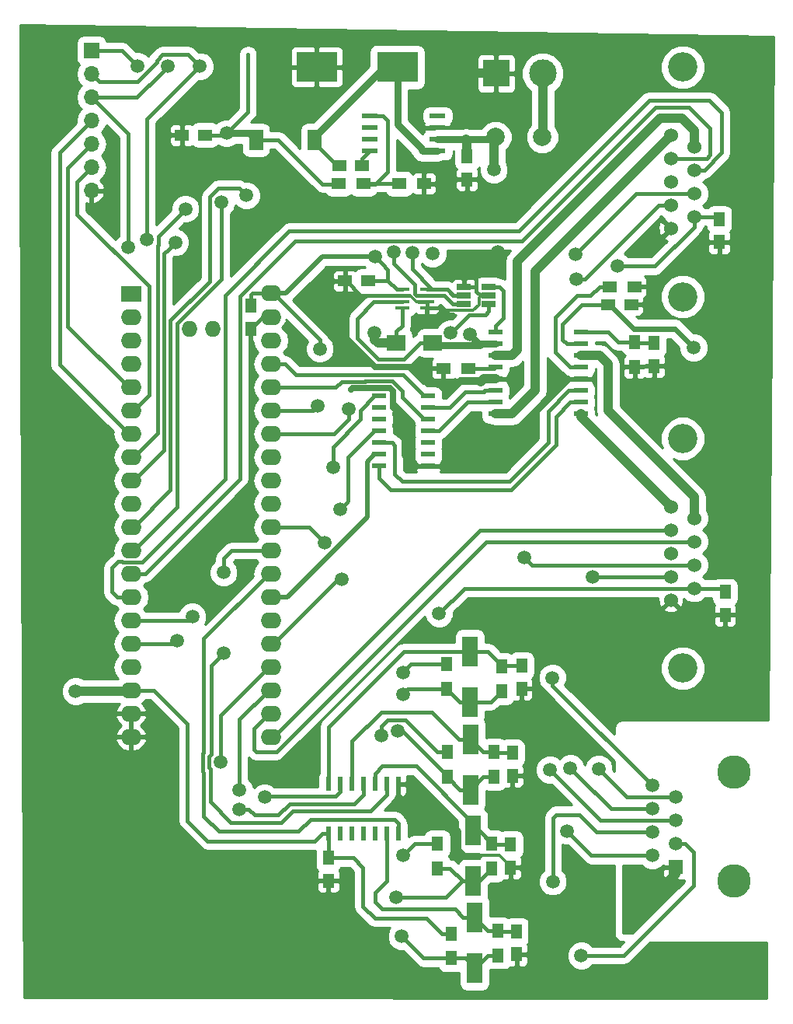
<source format=gbr>
%TF.GenerationSoftware,KiCad,Pcbnew,4.0.7*%
%TF.CreationDate,2018-02-26T11:50:19+01:00*%
%TF.ProjectId,dispenser,64697370656E7365722E6B696361645F,A*%
%TF.FileFunction,Copper,L2,Bot,Signal*%
%FSLAX46Y46*%
G04 Gerber Fmt 4.6, Leading zero omitted, Abs format (unit mm)*
G04 Created by KiCad (PCBNEW 4.0.7) date 02/26/18 11:50:19*
%MOMM*%
%LPD*%
G01*
G04 APERTURE LIST*
%ADD10C,0.100000*%
%ADD11R,2.250000X1.727200*%
%ADD12O,2.250000X1.727200*%
%ADD13O,1.727200X1.727200*%
%ADD14R,1.250000X1.500000*%
%ADD15R,1.500000X1.250000*%
%ADD16R,1.700000X3.300000*%
%ADD17C,3.650000*%
%ADD18R,1.500000X1.500000*%
%ADD19C,1.500000*%
%ADD20C,1.524000*%
%ADD21C,3.200000*%
%ADD22R,1.300000X1.500000*%
%ADD23R,2.000000X1.700000*%
%ADD24R,1.500000X1.300000*%
%ADD25R,0.600000X1.500000*%
%ADD26R,1.500000X0.600000*%
%ADD27R,1.560000X0.650000*%
%ADD28R,1.560000X0.400000*%
%ADD29R,4.500000X3.300000*%
%ADD30C,2.000000*%
%ADD31R,3.000000X3.000000*%
%ADD32C,3.000000*%
%ADD33R,1.500000X2.200000*%
%ADD34R,1.750000X0.550000*%
%ADD35R,1.700000X1.700000*%
%ADD36O,1.700000X1.700000*%
%ADD37C,0.400000*%
%ADD38C,0.300000*%
%ADD39C,0.700000*%
%ADD40C,0.200000*%
%ADD41C,1.000000*%
%ADD42C,0.800000*%
%ADD43C,0.500000*%
%ADD44C,0.600000*%
%ADD45C,0.254000*%
G04 APERTURE END LIST*
D10*
D11*
X11814500Y76594500D03*
D12*
X11814500Y74054500D03*
X11814500Y71514500D03*
X11814500Y68974500D03*
X11814500Y66434500D03*
X11814500Y63894500D03*
X11814500Y61354500D03*
X11814500Y58814500D03*
X11814500Y56274500D03*
X11814500Y53734500D03*
X11814500Y51194500D03*
X11814500Y48654500D03*
X11814500Y46114500D03*
X11814500Y43574500D03*
X11814500Y41034500D03*
X11814500Y38494500D03*
X11814500Y35954500D03*
X11814500Y33414500D03*
X11814500Y30874500D03*
X11814500Y28334500D03*
X27054500Y28334500D03*
X27054500Y30874500D03*
X27054500Y33414500D03*
X27054500Y35954500D03*
X27054500Y38494500D03*
X27054500Y41034500D03*
X27054500Y43574500D03*
X27054500Y46114500D03*
X27054500Y48654500D03*
X27054500Y51194500D03*
X27054500Y53734500D03*
X27054500Y56274500D03*
X27054500Y58814500D03*
X27054500Y61354500D03*
X27054500Y63894500D03*
X27054500Y66434500D03*
X27054500Y68974500D03*
X27054500Y71514500D03*
X27054500Y74054500D03*
X27054500Y76645300D03*
D13*
X20714500Y72784500D03*
X18174500Y72784500D03*
D14*
X33341000Y15170000D03*
X33341000Y12670000D03*
X24882800Y75317200D03*
X24882800Y72817200D03*
D15*
X37639000Y77991500D03*
X35139000Y77991500D03*
X63866400Y75438800D03*
X66366400Y75438800D03*
D14*
X75949500Y84722500D03*
X75949500Y82222500D03*
X76584500Y44126000D03*
X76584500Y41626000D03*
X54397600Y36099600D03*
X54397600Y33599600D03*
X53190921Y16649361D03*
X53190921Y14149361D03*
X53398898Y26611858D03*
X53398898Y24111858D03*
X53862577Y7178629D03*
X53862577Y4678629D03*
X68837500Y71240500D03*
X68837500Y68740500D03*
D16*
X48768421Y37654769D03*
X48768421Y32154769D03*
X49126921Y18149361D03*
X49126921Y12649361D03*
X48826898Y28111858D03*
X48826898Y22611858D03*
X49290577Y8678629D03*
X49290577Y3178629D03*
D17*
X77537000Y24537200D03*
X77537000Y12667200D03*
D18*
X71187000Y14157200D03*
D19*
X68647000Y15427200D03*
X71187000Y16697200D03*
X68647000Y17967200D03*
X71187000Y19237200D03*
X68647000Y20507200D03*
X71187000Y21777200D03*
X68647000Y23047200D03*
D20*
X70679000Y43266500D03*
X70679000Y45806500D03*
X70679000Y48346500D03*
X70679000Y50886500D03*
X70679000Y53426500D03*
X73219000Y44536500D03*
X73219000Y47076500D03*
X73219000Y49616500D03*
X73219000Y52156500D03*
D21*
X71949000Y35846500D03*
X71949000Y60846500D03*
D20*
X70679000Y83706500D03*
X70679000Y86246500D03*
X70679000Y88786500D03*
X70679000Y91326500D03*
X70679000Y93866500D03*
X73219000Y84976500D03*
X73219000Y87516500D03*
X73219000Y90056500D03*
X73219000Y92596500D03*
D21*
X71949000Y76286500D03*
X71949000Y101286500D03*
D22*
X46228421Y33554769D03*
X46228421Y36254769D03*
X45200000Y14049361D03*
X45200000Y16749361D03*
X46286898Y24011858D03*
X46286898Y26711858D03*
X46750577Y4244629D03*
X46750577Y6944629D03*
X52213200Y33347200D03*
X52213200Y36047200D03*
X51158921Y14049361D03*
X51158921Y16749361D03*
X51366898Y24011858D03*
X51366898Y26711858D03*
X51830577Y4578629D03*
X51830577Y7278629D03*
D23*
X40739000Y71260500D03*
X44739000Y71260500D03*
D22*
X66742000Y71340500D03*
X66742000Y68640500D03*
D24*
X48581000Y68466500D03*
X45881000Y68466500D03*
X64020400Y77369200D03*
X66720400Y77369200D03*
D25*
X33341000Y23224000D03*
X34611000Y23224000D03*
X35881000Y23224000D03*
X37151000Y23224000D03*
X38421000Y23224000D03*
X39691000Y23224000D03*
X40961000Y23224000D03*
X40961000Y17824000D03*
X39691000Y17824000D03*
X38421000Y17824000D03*
X37151000Y17824000D03*
X35881000Y17824000D03*
X34611000Y17824000D03*
X33341000Y17824000D03*
D26*
X44232500Y65482000D03*
X44232500Y64212000D03*
X44232500Y62942000D03*
X44232500Y61672000D03*
X44232500Y60402000D03*
X44232500Y59132000D03*
X44232500Y57862000D03*
X38832500Y57862000D03*
X38832500Y59132000D03*
X38832500Y60402000D03*
X38832500Y61672000D03*
X38832500Y62942000D03*
X38832500Y64212000D03*
X38832500Y65482000D03*
D27*
X50820000Y77354000D03*
X50820000Y76404000D03*
X50820000Y75454000D03*
X48120000Y75454000D03*
X48120000Y77354000D03*
X48120000Y76404000D03*
D28*
X41389000Y75106500D03*
X41389000Y75756500D03*
X41389000Y76416500D03*
X41389000Y77066500D03*
X44089000Y77066500D03*
X44089000Y76416500D03*
X44089000Y75756500D03*
X44089000Y75106500D03*
D26*
X51551000Y63513500D03*
X51551000Y64783500D03*
X51551000Y66053500D03*
X51551000Y67323500D03*
X51551000Y68593500D03*
X51551000Y69863500D03*
X51551000Y71133500D03*
X51551000Y72403500D03*
X60851000Y72403500D03*
X60851000Y71133500D03*
X60851000Y69863500D03*
X60851000Y68593500D03*
X60851000Y67323500D03*
X60851000Y66053500D03*
X60851000Y64783500D03*
X60851000Y63513500D03*
D14*
X48454000Y91573200D03*
X48454000Y89073200D03*
D15*
X34504000Y90577200D03*
X37004000Y90577200D03*
X19884400Y93879200D03*
X17384400Y93879200D03*
D29*
X40852500Y101296000D03*
X32052500Y101296000D03*
D30*
X51565500Y93686000D03*
X56645500Y93676000D03*
D31*
X51629000Y100597500D03*
D32*
X56709000Y100597500D03*
D33*
X31842000Y93371200D03*
X25442000Y93371200D03*
D24*
X34454800Y88596000D03*
X37154800Y88596000D03*
X43758800Y88596000D03*
X41058800Y88596000D03*
D34*
X37832500Y92152000D03*
X37832500Y93422000D03*
X37832500Y94692000D03*
X37832500Y95962000D03*
X45232500Y95962000D03*
X45232500Y94692000D03*
X45232500Y93422000D03*
X45232500Y92152000D03*
D35*
X7509200Y103074000D03*
D36*
X7509200Y100534000D03*
X7509200Y97994000D03*
X7509200Y95454000D03*
X7509200Y92914000D03*
X7509200Y90374000D03*
X7509200Y87834000D03*
D19*
X52033562Y59509122D03*
X51806800Y81128400D03*
X46676000Y100978500D03*
X38368241Y72399541D03*
X44694800Y80976000D03*
X51375000Y90120000D03*
X62148776Y45786510D03*
X32909200Y49530800D03*
X45400000Y41800000D03*
X39086706Y28495377D03*
X41500000Y15500000D03*
X64811600Y79604400D03*
X33841375Y57671119D03*
X5782000Y33325600D03*
X41443600Y35357600D03*
X32401200Y70612800D03*
X46665280Y72321469D03*
X38411630Y80654383D03*
X41456807Y32981095D03*
X40707000Y10872000D03*
X40848225Y28976817D03*
X41325947Y6634835D03*
X54690727Y47919526D03*
X11485667Y81690741D03*
X15859446Y101427229D03*
X42459600Y81077600D03*
X35563500Y64021500D03*
X13546757Y82537093D03*
X32141695Y64362836D03*
X19303121Y101382013D03*
X40427600Y81128400D03*
X21549536Y25624661D03*
X23644998Y22549990D03*
X17754701Y85850010D03*
X16636685Y82203953D03*
X24397238Y87320283D03*
X21654008Y86550021D03*
X16816679Y38826660D03*
X26370244Y21783421D03*
X21911000Y46241500D03*
X21911000Y37478500D03*
X18496204Y41473185D03*
X23595226Y20477010D03*
X67123000Y9348000D03*
X57489539Y24774434D03*
X59324509Y18115415D03*
X60907002Y4542010D03*
X57802988Y12595337D03*
X59703932Y24969301D03*
X57757230Y34806019D03*
X60343635Y78179728D03*
X60287421Y80932490D03*
X48722955Y72185594D03*
X62804084Y24863010D03*
X12496028Y101439972D03*
X73147775Y70750048D03*
X22241200Y94082400D03*
X34628132Y53161605D03*
X34801500Y45543000D03*
D37*
X43825840Y19209160D02*
X41435000Y21600000D01*
X41435000Y21600000D02*
X40961000Y22074000D01*
D38*
X52015922Y15449360D02*
X48350640Y15449360D01*
X53190921Y14149361D02*
X53190921Y14274361D01*
X44435000Y18600000D02*
X41435000Y21600000D01*
X53190921Y14274361D02*
X52015922Y15449360D01*
X48350640Y15449360D02*
X47686922Y16113078D01*
X47686922Y16113078D02*
X47686922Y18113078D01*
X47686922Y18113078D02*
X47200000Y18600000D01*
X47200000Y18600000D02*
X44435000Y18600000D01*
D37*
X50386440Y57862000D02*
X51283563Y58759123D01*
X59701000Y67323500D02*
X52033562Y59656062D01*
X60851000Y67323500D02*
X59701000Y67323500D01*
X52033562Y59656062D02*
X52033562Y59509122D01*
X51283563Y58759123D02*
X52033562Y59509122D01*
X44232500Y57862000D02*
X50386440Y57862000D01*
X49470000Y76878998D02*
X49470000Y77200000D01*
X49470000Y77200000D02*
X49470000Y78791600D01*
X48120000Y77354000D02*
X49316000Y77354000D01*
X49316000Y77354000D02*
X49470000Y77200000D01*
X41389000Y76416500D02*
X40209000Y76416500D01*
X40209000Y76416500D02*
X40196500Y76404000D01*
X36851500Y76404000D02*
X35264000Y77991500D01*
X40196500Y76404000D02*
X36851500Y76404000D01*
X35264000Y77991500D02*
X35139000Y77991500D01*
D39*
X42137180Y68641049D02*
X38439707Y68641049D01*
X32653999Y74426757D02*
X32653999Y77062530D01*
X38439707Y68641049D02*
X32653999Y74426757D01*
X49971001Y67016499D02*
X43761730Y67016499D01*
X43761730Y67016499D02*
X42137180Y68641049D01*
D37*
X40961000Y22074000D02*
X40961000Y23224000D01*
X55261200Y4826800D02*
X55113029Y4678629D01*
X55113029Y4678629D02*
X53862577Y4678629D01*
X55261200Y13104082D02*
X55261200Y4826800D01*
X54215921Y14149361D02*
X55261200Y13104082D01*
X53190921Y14149361D02*
X54215921Y14149361D01*
X27054500Y74054500D02*
X26120100Y74054500D01*
X26120100Y74054500D02*
X24882800Y72817200D01*
D38*
X46460499Y74828999D02*
X45546501Y74828999D01*
X45546501Y74828999D02*
X45269000Y75106500D01*
X49140001Y74828999D02*
X49739999Y75428997D01*
X46460499Y74828999D02*
X49140001Y74828999D01*
X49739999Y75428997D02*
X49739999Y76199001D01*
D40*
X49739999Y76199001D02*
X49944998Y76404000D01*
X42249002Y76416500D02*
X41389000Y76416500D01*
D38*
X44089000Y75756500D02*
X42909002Y75756500D01*
X42909002Y75756500D02*
X42249002Y76416500D01*
D37*
X49470000Y78791600D02*
X51806800Y81128400D01*
X50820000Y76404000D02*
X49944998Y76404000D01*
X49944998Y76404000D02*
X49470000Y76878998D01*
D39*
X35986437Y66310817D02*
X35832043Y66156423D01*
X37621315Y66310817D02*
X35986437Y66310817D01*
X37642499Y66332001D02*
X37621315Y66310817D01*
X40022501Y66332001D02*
X37642499Y66332001D01*
X40382500Y64227771D02*
X40382500Y65972002D01*
X41850000Y62760271D02*
X40382500Y64227771D01*
X40382500Y65972002D02*
X40022501Y66332001D01*
D37*
X41389000Y76416500D02*
X42060458Y76416500D01*
D41*
X51629000Y100597500D02*
X47057000Y100597500D01*
X47057000Y100597500D02*
X46676000Y100978500D01*
X41850000Y59094500D02*
X41850000Y62760271D01*
X50278002Y67323500D02*
X49971001Y67016499D01*
X51551000Y67323500D02*
X50278002Y67323500D01*
D37*
X44232500Y57862000D02*
X43082500Y57862000D01*
X43082500Y57862000D02*
X41850000Y59094500D01*
X47692000Y67323500D02*
X46612500Y66244000D01*
X51551000Y67323500D02*
X47692000Y67323500D01*
X45269000Y75106500D02*
X44089000Y75106500D01*
X44089000Y75106500D02*
X44089000Y75706500D01*
X44089000Y75706500D02*
X44039000Y75756500D01*
X44089000Y75756500D02*
X43216835Y75756500D01*
D41*
X38739000Y71260500D02*
X38368241Y71631259D01*
X40739000Y71260500D02*
X38739000Y71260500D01*
X38368241Y71631259D02*
X38368241Y72399541D01*
D42*
X45232500Y93422000D02*
X48352400Y93422000D01*
X48352400Y93422000D02*
X51301500Y93422000D01*
D41*
X48454000Y91573200D02*
X48454000Y93323200D01*
X48454000Y93323200D02*
X48355200Y93422000D01*
X48355200Y93422000D02*
X48352400Y93422000D01*
D42*
X51301500Y93422000D02*
X51565500Y93686000D01*
D41*
X51375000Y90120000D02*
X51375000Y93495500D01*
X51375000Y93495500D02*
X51565500Y93686000D01*
D37*
X40739000Y71260500D02*
X40739000Y72510500D01*
X40739000Y72510500D02*
X41389000Y73160500D01*
X41389000Y73160500D02*
X41389000Y75056490D01*
X49126921Y18949361D02*
X49126921Y18149361D01*
X42916782Y25159500D02*
X49126921Y18949361D01*
X38421000Y24374000D02*
X39206500Y25159500D01*
X38421000Y23224000D02*
X38421000Y24374000D01*
X39206500Y25159500D02*
X42916782Y25159500D01*
X49126921Y18149361D02*
X49758921Y18149361D01*
X49758921Y18149361D02*
X51158921Y16749361D01*
X53190921Y16649361D02*
X51258921Y16649361D01*
X51258921Y16649361D02*
X51158921Y16749361D01*
D41*
X56709000Y100597500D02*
X56709000Y93739500D01*
X56709000Y93739500D02*
X56645500Y93676000D01*
D37*
X62168766Y45806500D02*
X62148776Y45786510D01*
X70679000Y45806500D02*
X62168766Y45806500D01*
X31245500Y51194500D02*
X32909200Y49530800D01*
X27054500Y51194500D02*
X31245500Y51194500D01*
X42749361Y16749361D02*
X45200000Y16749361D01*
X64286500Y44536500D02*
X48136500Y44536500D01*
X48136500Y44536500D02*
X45400000Y41800000D01*
X39086706Y29556037D02*
X39086706Y28495377D01*
X39757487Y30226818D02*
X39086706Y29556037D01*
X45236898Y26711858D02*
X41721938Y30226818D01*
X46286898Y26711858D02*
X45236898Y26711858D01*
X41721938Y30226818D02*
X39757487Y30226818D01*
X42749361Y16749361D02*
X41500000Y15500000D01*
X73219000Y44536500D02*
X64286500Y44536500D01*
X37074800Y14123200D02*
X36028000Y15170000D01*
X36028000Y15170000D02*
X33341000Y15170000D01*
X37074800Y9906800D02*
X37074800Y14123200D01*
X38395600Y8586000D02*
X37074800Y9906800D01*
X44059206Y8586000D02*
X38395600Y8586000D01*
X46750577Y6944629D02*
X45700577Y6944629D01*
X45700577Y6944629D02*
X44059206Y8586000D01*
X73219000Y84976500D02*
X73219000Y83898870D01*
X73219000Y83898870D02*
X68924530Y79604400D01*
X68924530Y79604400D02*
X64811600Y79604400D01*
X27054500Y76645300D02*
X25060900Y76645300D01*
X25060900Y76645300D02*
X24882800Y76467200D01*
X24882800Y76467200D02*
X24882800Y75317200D01*
X36833500Y63933000D02*
X36833500Y62942000D01*
X38382500Y65482000D02*
X36833500Y63933000D01*
X36833500Y62942000D02*
X33841375Y59949875D01*
X38832500Y65482000D02*
X38382500Y65482000D01*
X33841375Y59949875D02*
X33841375Y58731779D01*
X33841375Y58731779D02*
X33841375Y57671119D01*
D41*
X5782000Y33325600D02*
X11725600Y33325600D01*
X11725600Y33325600D02*
X11814500Y33414500D01*
D37*
X17974000Y29769600D02*
X14329100Y33414500D01*
X14329100Y33414500D02*
X11814500Y33414500D01*
X17974000Y19203200D02*
X17974000Y29769600D01*
X20158400Y17018800D02*
X17974000Y19203200D01*
X31835800Y17018800D02*
X20158400Y17018800D01*
X33341000Y17824000D02*
X32641000Y17824000D01*
X32641000Y17824000D02*
X31835800Y17018800D01*
X46228421Y36254769D02*
X42340769Y36254769D01*
X42340769Y36254769D02*
X41443600Y35357600D01*
X27054500Y76645300D02*
X27315900Y76645300D01*
X27315900Y76645300D02*
X32401200Y71560000D01*
X32401200Y71560000D02*
X32401200Y70612800D01*
X47415279Y73071468D02*
X46665280Y72321469D01*
X48672799Y74328988D02*
X47415279Y73071468D01*
X50820000Y74729000D02*
X50419988Y74328988D01*
X50820000Y75454000D02*
X50820000Y74729000D01*
X50419988Y74328988D02*
X48672799Y74328988D01*
D43*
X37350970Y80654383D02*
X38411630Y80654383D01*
D37*
X39161629Y79904384D02*
X38411630Y80654383D01*
D43*
X27054500Y76645300D02*
X28679500Y76645300D01*
D37*
X39820500Y79245513D02*
X39161629Y79904384D01*
D43*
X28679500Y76645300D02*
X32688583Y80654383D01*
D37*
X39820500Y78055000D02*
X39820500Y79245513D01*
D43*
X32688583Y80654383D02*
X37350970Y80654383D01*
D37*
X33341000Y17824000D02*
X33341000Y15170000D01*
X73219000Y84976500D02*
X75695500Y84976500D01*
X75695500Y84976500D02*
X75949500Y84722500D01*
X73219000Y44536500D02*
X76174000Y44536500D01*
X76174000Y44536500D02*
X76584500Y44126000D01*
X40809000Y77066500D02*
X39820500Y78055000D01*
X37639000Y77991500D02*
X39757000Y77991500D01*
X39757000Y77991500D02*
X39820500Y78055000D01*
X41389000Y77066500D02*
X40809000Y77066500D01*
X49290577Y8678629D02*
X48040577Y8678629D01*
X48040577Y8678629D02*
X47117206Y9602000D01*
X47117206Y9602000D02*
X39183000Y9602000D01*
X39183000Y9602000D02*
X38421000Y10364000D01*
X38421000Y10364000D02*
X38421000Y11380000D01*
X38421000Y11380000D02*
X39691000Y12650000D01*
X39691000Y12650000D02*
X39691000Y17824000D01*
X53862577Y7178629D02*
X51930577Y7178629D01*
X51930577Y7178629D02*
X51830577Y7278629D01*
X51830577Y7278629D02*
X50690577Y7278629D01*
X50690577Y7278629D02*
X49290577Y8678629D01*
X34504000Y90577200D02*
X34286000Y90577200D01*
X34286000Y90577200D02*
X31842000Y93021200D01*
X31842000Y93021200D02*
X31842000Y93371200D01*
D42*
X31842000Y93371200D02*
X31842000Y93721200D01*
X31842000Y93721200D02*
X39416800Y101296000D01*
X39416800Y101296000D02*
X40852500Y101296000D01*
X43494000Y92413000D02*
X40852500Y95054500D01*
X40852500Y95054500D02*
X40852500Y101296000D01*
X43494000Y92215500D02*
X43494000Y92413000D01*
X45232500Y92152000D02*
X43557500Y92152000D01*
X43557500Y92152000D02*
X43494000Y92215500D01*
D37*
X48768421Y32154769D02*
X51020769Y32154769D01*
X51020769Y32154769D02*
X52213200Y33347200D01*
X42030481Y33554769D02*
X41456807Y32981095D01*
X46228421Y33554769D02*
X42030481Y33554769D01*
X48768421Y32154769D02*
X47628421Y32154769D01*
X47628421Y32154769D02*
X46228421Y33554769D01*
X45200000Y14049361D02*
X46586921Y14049361D01*
X46586921Y14049361D02*
X47986921Y12649361D01*
X47986921Y12649361D02*
X49126921Y12649361D01*
X49126921Y12649361D02*
X49758921Y12649361D01*
X49758921Y12649361D02*
X51158921Y14049361D01*
X46099560Y10872000D02*
X40707000Y10872000D01*
X49126921Y12649361D02*
X47876921Y12649361D01*
X47876921Y12649361D02*
X46099560Y10872000D01*
X46286898Y24111858D02*
X41421939Y28976817D01*
X41421939Y28976817D02*
X40848225Y28976817D01*
X46286898Y24011858D02*
X46286898Y24111858D01*
X48826898Y22611858D02*
X47686898Y22611858D01*
X47686898Y22611858D02*
X46286898Y24011858D01*
X51366898Y24011858D02*
X50226898Y24011858D01*
X50226898Y24011858D02*
X48826898Y22611858D01*
X42075946Y5884836D02*
X41325947Y6634835D01*
X43716153Y4244629D02*
X42075946Y5884836D01*
X46750577Y4244629D02*
X43716153Y4244629D01*
X46750577Y4244629D02*
X48224577Y4244629D01*
X48224577Y4244629D02*
X49290577Y3178629D01*
X51830577Y4578629D02*
X50690577Y4578629D01*
X50690577Y4578629D02*
X49290577Y3178629D01*
X27656835Y26747000D02*
X50526335Y49616500D01*
X25467000Y26747000D02*
X27656835Y26747000D01*
X72141370Y49616500D02*
X73219000Y49616500D01*
X27054500Y30874500D02*
X26793100Y30874500D01*
X26793100Y30874500D02*
X25213000Y29294400D01*
X25213000Y27001000D02*
X25467000Y26747000D01*
X25213000Y29294400D02*
X25213000Y27001000D01*
X50526335Y49616500D02*
X72141370Y49616500D01*
X73219000Y49616500D02*
X73219000Y49992262D01*
X69601370Y50886500D02*
X70679000Y50886500D01*
X49867900Y50886500D02*
X69601370Y50886500D01*
X27315900Y28334500D02*
X49867900Y50886500D01*
X27054500Y28334500D02*
X27315900Y28334500D01*
X54078087Y83425087D02*
X29059087Y83425087D01*
X73219000Y90056500D02*
X74296630Y90056500D01*
X29059087Y83425087D02*
X22078101Y76444101D01*
X74296630Y90056500D02*
X76203500Y91963370D01*
X10894665Y47384500D02*
X10831165Y47448000D01*
X22078101Y76444101D02*
X22078101Y56441601D01*
X74872273Y97674227D02*
X68327227Y97674227D01*
X76203500Y91963370D02*
X76203500Y96343000D01*
X9719000Y44145000D02*
X10289500Y43574500D01*
X10417500Y47448000D02*
X9719000Y46749500D01*
X10831165Y47448000D02*
X10417500Y47448000D01*
X76203500Y96343000D02*
X74872273Y97674227D01*
X68327227Y97674227D02*
X54078087Y83425087D01*
X22078101Y56441601D02*
X13021000Y47384500D01*
X13021000Y47384500D02*
X10894665Y47384500D01*
X9719000Y46749500D02*
X9719000Y44145000D01*
X10289500Y43574500D02*
X11814500Y43574500D01*
X55533753Y47076500D02*
X55440726Y47169527D01*
X55440726Y47169527D02*
X54690727Y47919526D01*
X73219000Y47076500D02*
X55533753Y47076500D01*
X11814500Y46114500D02*
X13339500Y46114500D01*
X29676793Y82328293D02*
X54441793Y82328293D01*
X13339500Y46114500D02*
X23689000Y56464000D01*
X23689000Y56464000D02*
X23689000Y76340500D01*
X23689000Y76340500D02*
X29676793Y82328293D01*
X54441793Y82328293D02*
X69036989Y96923489D01*
X69036989Y96923489D02*
X72638511Y96923489D01*
X72638511Y96923489D02*
X74933500Y94628500D01*
X74933500Y94628500D02*
X74933500Y91707500D01*
X74933500Y91707500D02*
X74552500Y91326500D01*
X74552500Y91326500D02*
X70679000Y91326500D01*
X11485667Y94017533D02*
X11485667Y82751401D01*
X7509200Y97994000D02*
X11485667Y94017533D01*
X11485667Y82751401D02*
X11485667Y81690741D01*
X12426217Y97994000D02*
X15109447Y100677230D01*
X7509200Y97994000D02*
X12426217Y97994000D01*
X15109447Y100677230D02*
X15859446Y101427229D01*
X33957160Y61354500D02*
X35563500Y62960840D01*
X27054500Y61354500D02*
X33957160Y61354500D01*
X35563500Y62960840D02*
X35563500Y64021500D01*
X44642690Y77116510D02*
X42459600Y79299600D01*
X42459600Y79299600D02*
X42459600Y81077600D01*
X48120000Y76404000D02*
X46979962Y76404000D01*
X46979962Y76404000D02*
X46267453Y77116510D01*
X46267453Y77116510D02*
X44642690Y77116510D01*
X48120000Y76404000D02*
X46940000Y76404000D01*
X46940000Y76404000D02*
X46277500Y77066500D01*
X46277500Y77066500D02*
X44089000Y77066500D01*
X13546757Y95625649D02*
X13546757Y83597753D01*
X19303121Y101382013D02*
X13546757Y95625649D01*
X13546757Y83597753D02*
X13546757Y82537093D01*
X14609444Y101785606D02*
X14609444Y102027231D01*
X18553122Y102132012D02*
X19303121Y101382013D01*
X18007903Y102677231D02*
X18553122Y102132012D01*
X7509200Y100534000D02*
X8359199Y99684001D01*
X14609444Y102027231D02*
X15259444Y102677231D01*
X12507839Y99684001D02*
X14609444Y101785606D01*
X8359199Y99684001D02*
X12507839Y99684001D01*
X15259444Y102677231D02*
X18007903Y102677231D01*
X31673359Y63894500D02*
X32141695Y64362836D01*
X27054500Y63894500D02*
X31673359Y63894500D01*
X40427600Y79933966D02*
X40427600Y80067740D01*
X40427600Y80067740D02*
X40427600Y81128400D01*
X42742102Y77619464D02*
X40427600Y79933966D01*
X42956124Y76416500D02*
X42742102Y76630522D01*
X42742102Y76630522D02*
X42742102Y77619464D01*
X44089000Y76416500D02*
X42956124Y76416500D01*
X48120000Y75454000D02*
X46940000Y75454000D01*
X46940000Y75454000D02*
X45977500Y76416500D01*
X45977500Y76416500D02*
X44089000Y76416500D01*
X26793100Y35954500D02*
X21549536Y30710936D01*
X21549536Y26685321D02*
X21549536Y25624661D01*
X21549536Y30710936D02*
X21549536Y26685321D01*
X27054500Y35954500D02*
X26793100Y35954500D01*
X23644998Y23610650D02*
X23644998Y22549990D01*
X27054500Y33414500D02*
X26793100Y33414500D01*
X26793100Y33414500D02*
X23644998Y30266398D01*
X23644998Y30266398D02*
X23644998Y23610650D01*
X51551000Y64783500D02*
X48494000Y64783500D01*
X48494000Y64783500D02*
X45382500Y61672000D01*
X45382500Y61672000D02*
X44232500Y61672000D01*
X45382500Y64212000D02*
X44232500Y64212000D01*
X46549000Y64212000D02*
X45382500Y64212000D01*
X48240499Y65903499D02*
X46549000Y64212000D01*
X50250999Y65903499D02*
X48240499Y65903499D01*
X50401000Y66053500D02*
X50250999Y65903499D01*
X51551000Y66053500D02*
X50401000Y66053500D01*
X60851000Y66053500D02*
X59503000Y66053500D01*
X59503000Y66053500D02*
X57280500Y63831000D01*
X57280500Y63831000D02*
X57280500Y60402000D01*
X57280500Y60402000D02*
X53068010Y56189510D01*
X53068010Y56189510D02*
X41363490Y56189510D01*
X41363490Y56189510D02*
X40580000Y56973000D01*
X40580000Y56973000D02*
X40580000Y60084500D01*
X40580000Y60084500D02*
X40262500Y60402000D01*
X40262500Y60402000D02*
X38832500Y60402000D01*
X60851000Y64783500D02*
X59701000Y64783500D01*
X59701000Y64783500D02*
X58169500Y63252000D01*
X58169500Y63252000D02*
X58169500Y60148000D01*
X58169500Y60148000D02*
X53255581Y55234081D01*
X53255581Y55234081D02*
X40159919Y55234081D01*
X40159919Y55234081D02*
X38832500Y56561500D01*
X38832500Y56561500D02*
X38832500Y57862000D01*
X14710866Y81851198D02*
X14796759Y81937091D01*
X14796759Y82892068D02*
X17004702Y85100011D01*
X11814500Y58814500D02*
X12075900Y58814500D01*
X14796759Y81937091D02*
X14796759Y82892068D01*
X12075900Y58814500D02*
X14710866Y61449466D01*
X17004702Y85100011D02*
X17754701Y85850010D01*
X14710866Y61449466D02*
X14710866Y81851198D01*
X15886686Y81453954D02*
X16636685Y82203953D01*
X15410877Y59609477D02*
X15410877Y80978145D01*
X12075900Y56274500D02*
X15410877Y59609477D01*
X15410877Y80978145D02*
X15886686Y81453954D01*
X11814500Y56274500D02*
X12075900Y56274500D01*
X20404006Y87150023D02*
X21324265Y88070282D01*
X12075900Y51194500D02*
X16110888Y55229488D01*
X16110888Y55229488D02*
X16110888Y73689353D01*
X16110888Y73689353D02*
X20404007Y77982472D01*
X21324265Y88070282D02*
X23647239Y88070282D01*
X11814500Y51194500D02*
X12075900Y51194500D01*
X20404007Y77982472D02*
X20404006Y87150023D01*
X23647239Y88070282D02*
X24397238Y87320283D01*
X21654008Y78242508D02*
X21654008Y85489361D01*
X12075900Y48654500D02*
X16810899Y53389499D01*
X11814500Y48654500D02*
X12075900Y48654500D01*
X16810899Y53389499D02*
X16810899Y73399399D01*
X16810899Y73399399D02*
X21654008Y78242508D01*
X21654008Y85489361D02*
X21654008Y86550021D01*
X11814500Y61354500D02*
X11553100Y61354500D01*
X11553100Y61354500D02*
X4026288Y68881312D01*
X4026288Y68881312D02*
X4026288Y91971088D01*
X4026288Y91971088D02*
X6659201Y94604001D01*
X6659201Y94604001D02*
X7509200Y95454000D01*
X5934400Y85264710D02*
X5934400Y88799200D01*
X11814500Y63894500D02*
X12075900Y63894500D01*
X13757600Y65576200D02*
X13757600Y77441510D01*
X12075900Y63894500D02*
X13757600Y65576200D01*
X13757600Y77441510D02*
X5934400Y85264710D01*
X6659201Y89524001D02*
X7509200Y90374000D01*
X5934400Y88799200D02*
X6659201Y89524001D01*
X11814500Y66434500D02*
X11553100Y66434500D01*
X11553100Y66434500D02*
X4915226Y73072374D01*
X4915226Y73072374D02*
X4915226Y90320026D01*
X4915226Y90320026D02*
X6659201Y92064001D01*
X6659201Y92064001D02*
X7509200Y92914000D01*
X16484519Y38494500D02*
X16816679Y38826660D01*
X11814500Y38494500D02*
X16484519Y38494500D01*
X34611000Y23224000D02*
X34611000Y22363998D01*
X34611000Y22363998D02*
X34121001Y21873999D01*
X34121001Y21873999D02*
X32560999Y21873999D01*
X32560999Y21873999D02*
X32542775Y21892223D01*
X32542775Y21892223D02*
X26479046Y21892223D01*
X26479046Y21892223D02*
X26370244Y21783421D01*
X21161001Y36728501D02*
X21911000Y37478500D01*
X39691000Y22074000D02*
X37890979Y20273979D01*
X20299535Y25024660D02*
X20299535Y26224662D01*
X22709500Y19027000D02*
X20473218Y21263282D01*
X39691000Y23224000D02*
X39691000Y22074000D01*
X37890979Y20273979D02*
X29422400Y20273979D01*
X20577500Y36145000D02*
X21161001Y36728501D01*
X28175421Y19027000D02*
X22709500Y19027000D01*
X20473218Y21263282D02*
X20473218Y24850977D01*
X29422400Y20273979D02*
X28175421Y19027000D01*
X20577500Y26502627D02*
X20577500Y36145000D01*
X20473218Y24850977D02*
X20299535Y25024660D01*
X20299535Y26224662D02*
X20577500Y26502627D01*
X21911000Y47765500D02*
X22800000Y48654500D01*
X22800000Y48654500D02*
X27054500Y48654500D01*
X21911000Y46241500D02*
X21911000Y47765500D01*
X18057519Y41034500D02*
X18496204Y41473185D01*
X11814500Y41034500D02*
X18057519Y41034500D01*
X27844046Y19827011D02*
X25305885Y19827011D01*
X24655886Y20477010D02*
X23595226Y20477010D01*
X29091024Y21073989D02*
X27844046Y19827011D01*
X25305885Y19827011D02*
X24655886Y20477010D01*
X37151000Y23224000D02*
X37151000Y22074000D01*
X36150989Y21073989D02*
X29091024Y21073989D01*
X37151000Y22074000D02*
X36150989Y21073989D01*
X26793100Y46114500D02*
X19752000Y39073400D01*
X40961000Y18974000D02*
X40961000Y17824000D01*
X30050414Y18045989D02*
X31379032Y19374607D01*
X27054500Y46114500D02*
X26793100Y46114500D01*
X19752000Y26667092D02*
X19599524Y26514616D01*
X19599524Y26514616D02*
X19599524Y24599779D01*
X19599524Y24599779D02*
X19752000Y24447303D01*
X19752000Y24447303D02*
X19752000Y19702525D01*
X21408536Y18045989D02*
X30050414Y18045989D01*
X31379032Y19374607D02*
X40560393Y19374607D01*
X19752000Y39073400D02*
X19752000Y26667092D01*
X40560393Y19374607D02*
X40961000Y18974000D01*
X19752000Y19702525D02*
X21408536Y18045989D01*
X40961000Y17824000D02*
X40961000Y18274000D01*
D41*
X71187000Y14157200D02*
X71187000Y13412000D01*
X71187000Y13412000D02*
X67123000Y9348000D01*
D37*
X58239538Y24024435D02*
X57489539Y24774434D01*
X63026773Y19237200D02*
X58239538Y24024435D01*
X71187000Y19237200D02*
X63026773Y19237200D01*
X50820000Y77354000D02*
X52000000Y77354000D01*
X52000000Y77354000D02*
X52425136Y76928864D01*
X52425136Y76928864D02*
X52425136Y73977636D01*
X52425136Y73977636D02*
X51551000Y73103500D01*
X51551000Y73103500D02*
X51551000Y72403500D01*
X54397600Y36099600D02*
X52265600Y36099600D01*
X52265600Y36099600D02*
X52213200Y36047200D01*
X48768421Y37654769D02*
X50705631Y37654769D01*
X50705631Y37654769D02*
X52213200Y36147200D01*
X52213200Y36147200D02*
X52213200Y36047200D01*
X48768421Y37654769D02*
X41544550Y37654769D01*
X41544550Y37654769D02*
X33341000Y29451219D01*
X33341000Y29451219D02*
X33341000Y24842000D01*
X33341000Y24842000D02*
X33341000Y23224000D01*
X48826898Y28111858D02*
X47576898Y28111858D01*
X47576898Y28111858D02*
X44619371Y31069385D01*
X44619371Y31069385D02*
X39069817Y31069385D01*
X39069817Y31069385D02*
X35881000Y27880568D01*
X35881000Y27880568D02*
X35881000Y23224000D01*
X53398898Y26611858D02*
X51466898Y26611858D01*
X51466898Y26611858D02*
X51366898Y26711858D01*
X51366898Y26711858D02*
X50226898Y26711858D01*
X50226898Y26711858D02*
X48826898Y28111858D01*
X65692000Y71340500D02*
X66742000Y71340500D01*
X63875456Y72403500D02*
X64938456Y71340500D01*
X60851000Y72403500D02*
X63875456Y72403500D01*
X64938456Y71340500D02*
X65692000Y71340500D01*
X68837500Y71240500D02*
X66842000Y71240500D01*
X66842000Y71240500D02*
X66742000Y71340500D01*
X37004000Y90577200D02*
X37004000Y91323500D01*
X37004000Y91323500D02*
X37832500Y92152000D01*
X60074508Y17365416D02*
X59324509Y18115415D01*
X62012724Y15427200D02*
X60074508Y17365416D01*
X68647000Y15427200D02*
X62012724Y15427200D01*
X73137001Y12187001D02*
X65492010Y4542010D01*
X71187000Y16697200D02*
X72247660Y16697200D01*
X73137001Y15807859D02*
X73137001Y12187001D01*
X65492010Y4542010D02*
X61967662Y4542010D01*
X72247660Y16697200D02*
X73137001Y15807859D01*
X61967662Y4542010D02*
X60907002Y4542010D01*
X58162714Y19902768D02*
X57802988Y19543042D01*
X60662899Y19902768D02*
X58162714Y19902768D01*
X57802988Y13655997D02*
X57802988Y12595337D01*
X62598467Y17967200D02*
X60662899Y19902768D01*
X57802988Y19543042D02*
X57802988Y13655997D01*
X68647000Y17967200D02*
X62598467Y17967200D01*
X60453931Y24219302D02*
X59703932Y24969301D01*
X64166033Y20507200D02*
X60453931Y24219302D01*
X68647000Y20507200D02*
X64166033Y20507200D01*
X57757230Y33936970D02*
X57757230Y34806019D01*
X68647000Y23047200D02*
X57757230Y33936970D01*
X70679000Y86246500D02*
X69370466Y86246500D01*
X69370466Y86246500D02*
X61303694Y78179728D01*
X61303694Y78179728D02*
X60343635Y78179728D01*
X61037420Y81682489D02*
X60287421Y80932490D01*
X73219000Y87516500D02*
X66871431Y87516500D01*
X66871431Y87516500D02*
X61037420Y81682489D01*
X48581000Y68466500D02*
X51424000Y68466500D01*
X51424000Y68466500D02*
X51551000Y68593500D01*
X60442800Y76404000D02*
X58052682Y74013882D01*
X58052682Y74013882D02*
X58052682Y70241818D01*
X61905200Y76404000D02*
X60442800Y76404000D01*
X64020400Y77369200D02*
X62870400Y77369200D01*
X62870400Y77369200D02*
X61905200Y76404000D01*
X60851000Y68593500D02*
X59701000Y68593500D01*
X59701000Y68593500D02*
X58052682Y70241818D01*
X60401000Y68593500D02*
X60851000Y68593500D01*
X41058800Y88596000D02*
X37358000Y88596000D01*
X37358000Y88596000D02*
X37307200Y88545200D01*
X39818000Y95454000D02*
X39310000Y95962000D01*
X39310000Y95962000D02*
X37832500Y95962000D01*
X39818000Y89906000D02*
X39818000Y95454000D01*
X37307200Y88545200D02*
X38457200Y88545200D01*
X38457200Y88545200D02*
X39818000Y89906000D01*
X29762962Y67791038D02*
X41473462Y67791038D01*
X27054500Y68974500D02*
X28579500Y68974500D01*
X28579500Y68974500D02*
X29762962Y67791038D01*
X43782500Y65482000D02*
X44232500Y65482000D01*
X41473462Y67791038D02*
X43782500Y65482000D01*
D43*
X38382500Y59132000D02*
X38832500Y59132000D01*
X37582500Y58332000D02*
X38382500Y59132000D01*
X37582500Y52280096D02*
X37582500Y58332000D01*
X28876904Y43574500D02*
X37582500Y52280096D01*
X27054500Y43574500D02*
X28876904Y43574500D01*
D37*
X44232500Y62942000D02*
X43782500Y62942000D01*
X43782500Y62942000D02*
X41382511Y65341989D01*
X41382511Y65341989D02*
X41382511Y66032666D01*
X41382511Y66032666D02*
X40333165Y67082012D01*
X40333165Y67082012D02*
X37331835Y67082012D01*
X37331835Y67082012D02*
X37310651Y67060828D01*
X37310651Y67060828D02*
X34757665Y67060828D01*
X34757665Y67060828D02*
X34131337Y66434500D01*
X34131337Y66434500D02*
X28579500Y66434500D01*
X28579500Y66434500D02*
X27054500Y66434500D01*
D41*
X70679000Y53426500D02*
X60851000Y63254500D01*
X60851000Y63254500D02*
X60851000Y63513500D01*
X62932000Y69863500D02*
X60851000Y69863500D01*
X63821000Y63880107D02*
X63821000Y68974500D01*
X63821000Y68974500D02*
X62932000Y69863500D01*
X73219000Y54482107D02*
X63821000Y63880107D01*
X73219000Y52156500D02*
X73219000Y54482107D01*
X70679000Y93866500D02*
X55888439Y79075939D01*
X55888439Y79075939D02*
X55888439Y66100939D01*
X55888439Y66100939D02*
X53301000Y63513500D01*
X53301000Y63513500D02*
X51551000Y63513500D01*
X73219000Y92596500D02*
X73219000Y94363619D01*
X73219000Y94363619D02*
X71838860Y95743759D01*
X71838860Y95743759D02*
X69508259Y95743759D01*
X69508259Y95743759D02*
X53915000Y80150500D01*
X53915000Y80150500D02*
X53915000Y70477500D01*
X53915000Y70477500D02*
X53301000Y69863500D01*
X53301000Y69863500D02*
X51551000Y69863500D01*
D37*
X36474830Y71808023D02*
X36474830Y73891873D01*
X36474830Y73891873D02*
X38286947Y75703990D01*
X43339000Y71260500D02*
X41569560Y69491060D01*
X41569560Y69491060D02*
X38791793Y69491060D01*
X38286947Y75703990D02*
X40032390Y75703990D01*
X38791793Y69491060D02*
X36474830Y71808023D01*
X44739000Y71260500D02*
X43339000Y71260500D01*
D42*
X45028033Y70971467D02*
X44739000Y71260500D01*
X49838967Y70971467D02*
X45028033Y70971467D01*
X50001000Y71133500D02*
X49838967Y70971467D01*
X49775049Y71133500D02*
X49472954Y71435595D01*
X51551000Y71133500D02*
X50001000Y71133500D01*
X49472954Y71435595D02*
X48722955Y72185594D01*
X51551000Y71133500D02*
X49775049Y71133500D01*
D37*
X40032390Y75703990D02*
X40084900Y75756500D01*
X40084900Y75756500D02*
X41389000Y75756500D01*
X40032390Y75703990D02*
X40108999Y75703990D01*
X63554083Y24113011D02*
X62804084Y24863010D01*
X65889894Y21777200D02*
X63554083Y24113011D01*
X71187000Y21777200D02*
X65889894Y21777200D01*
X11746029Y102189971D02*
X12496028Y101439972D01*
X10862000Y103074000D02*
X11746029Y102189971D01*
X7509200Y103074000D02*
X10862000Y103074000D01*
D44*
X72397776Y71500047D02*
X73147775Y70750048D01*
X71095423Y72802400D02*
X72397776Y71500047D01*
X63991400Y75438800D02*
X66627800Y72802400D01*
D41*
X63866400Y75438800D02*
X63991400Y75438800D01*
D44*
X66627800Y72802400D02*
X71095423Y72802400D01*
D37*
X58846511Y73330781D02*
X60751330Y75235600D01*
X63866400Y75438800D02*
X60954530Y75438800D01*
X60954530Y75438800D02*
X60751330Y75235600D01*
X19884400Y93879200D02*
X22038000Y93879200D01*
X22038000Y93879200D02*
X22241200Y94082400D01*
X22241200Y94082400D02*
X24578000Y96419200D01*
X24578000Y96419200D02*
X24578000Y102667600D01*
D42*
X22241200Y94082400D02*
X24730800Y94082400D01*
X24730800Y94082400D02*
X25442000Y93371200D01*
D37*
X34607200Y88545200D02*
X32706000Y88545200D01*
X32706000Y88545200D02*
X27880000Y93371200D01*
X27880000Y93371200D02*
X25442000Y93371200D01*
X60851000Y71133500D02*
X59321164Y71133500D01*
X59321164Y71133500D02*
X58846511Y71608153D01*
X58846511Y71608153D02*
X58846511Y73330781D01*
X35378131Y53911604D02*
X34628132Y53161605D01*
X35512532Y58802032D02*
X35512532Y54046005D01*
X38832500Y61672000D02*
X38382500Y61672000D01*
X38382500Y61672000D02*
X35512532Y58802032D01*
X35512532Y54046005D02*
X35378131Y53911604D01*
X27054500Y38494500D02*
X27315900Y38494500D01*
X27315900Y38494500D02*
X34364400Y45543000D01*
X34364400Y45543000D02*
X34801500Y45543000D01*
D45*
G36*
X81854089Y104599964D02*
X81313975Y30190200D01*
X65319600Y30190200D01*
X65019021Y30133642D01*
X64742957Y29956000D01*
X64557756Y29684949D01*
X64492600Y29363200D01*
X64492600Y28653997D01*
X59134935Y34011663D01*
X59333955Y34490958D01*
X59334503Y35118327D01*
X59232226Y35365858D01*
X69521579Y35365858D01*
X69890290Y34473511D01*
X70572420Y33790189D01*
X71464122Y33419922D01*
X72429642Y33419079D01*
X73321989Y33787790D01*
X74005311Y34469920D01*
X74375578Y35361622D01*
X74376421Y36327142D01*
X74007710Y37219489D01*
X73325580Y37902811D01*
X72433878Y38273078D01*
X71468358Y38273921D01*
X70576011Y37905210D01*
X69892689Y37223080D01*
X69522422Y36331378D01*
X69521579Y35365858D01*
X59232226Y35365858D01*
X59094925Y35698151D01*
X58651695Y36142155D01*
X58072291Y36382744D01*
X57444922Y36383292D01*
X56865098Y36143714D01*
X56421094Y35700484D01*
X56180505Y35121080D01*
X56179957Y34493711D01*
X56419535Y33913887D01*
X56848047Y33484626D01*
X57031031Y33210771D01*
X64492600Y25749203D01*
X64492600Y24626892D01*
X64380975Y24738516D01*
X64381357Y25175318D01*
X64141779Y25755142D01*
X63698549Y26199146D01*
X63119145Y26439735D01*
X62491776Y26440283D01*
X61911952Y26200705D01*
X61467948Y25757475D01*
X61275792Y25294710D01*
X61041627Y25861433D01*
X60598397Y26305437D01*
X60018993Y26546026D01*
X59391624Y26546574D01*
X58811800Y26306996D01*
X58499316Y25995057D01*
X58384004Y26110570D01*
X57804600Y26351159D01*
X57177231Y26351707D01*
X56597407Y26112129D01*
X56153403Y25668899D01*
X55912814Y25089495D01*
X55912266Y24462126D01*
X56151844Y23882302D01*
X56595074Y23438298D01*
X57174478Y23197709D01*
X57614250Y23197325D01*
X59881807Y20929768D01*
X58162714Y20929768D01*
X57769698Y20851592D01*
X57436515Y20628967D01*
X57436513Y20628964D01*
X57076789Y20269241D01*
X56854164Y19936058D01*
X56775988Y19543042D01*
X56775988Y13798399D01*
X56466852Y13489802D01*
X56226263Y12910398D01*
X56225715Y12283029D01*
X56465293Y11703205D01*
X56908523Y11259201D01*
X57487927Y11018612D01*
X58115296Y11018064D01*
X58695120Y11257642D01*
X59139124Y11700872D01*
X59379713Y12280276D01*
X59380261Y12907645D01*
X59140683Y13487469D01*
X58829988Y13798707D01*
X58829988Y16613208D01*
X59009448Y16538690D01*
X59449220Y16538306D01*
X61286523Y14701004D01*
X61286525Y14701001D01*
X61538354Y14532735D01*
X61619708Y14478376D01*
X62012724Y14400200D01*
X64492600Y14400200D01*
X64492600Y6858800D01*
X64548212Y6560657D01*
X64724981Y6284033D01*
X64995445Y6097976D01*
X65316987Y6031804D01*
X65528737Y6031135D01*
X65066612Y5569010D01*
X62110064Y5569010D01*
X61801467Y5878146D01*
X61222063Y6118735D01*
X60594694Y6119283D01*
X60014870Y5879705D01*
X59570866Y5436475D01*
X59330277Y4857071D01*
X59329729Y4229702D01*
X59569307Y3649878D01*
X60012537Y3205874D01*
X60591941Y2965285D01*
X61219310Y2964737D01*
X61799134Y3204315D01*
X62110372Y3515010D01*
X65492010Y3515010D01*
X65885026Y3593186D01*
X66218209Y3815811D01*
X68424384Y6021986D01*
X81138254Y5981816D01*
X81093919Y-126117D01*
X126523Y-73083D01*
X79603Y12384250D01*
X32081000Y12384250D01*
X32081000Y11793691D01*
X32177673Y11560302D01*
X32356301Y11381673D01*
X32589690Y11285000D01*
X33055250Y11285000D01*
X33214000Y11443750D01*
X33214000Y12543000D01*
X33468000Y12543000D01*
X33468000Y11443750D01*
X33626750Y11285000D01*
X34092310Y11285000D01*
X34325699Y11381673D01*
X34504327Y11560302D01*
X34601000Y11793691D01*
X34601000Y12384250D01*
X34442250Y12543000D01*
X33468000Y12543000D01*
X33214000Y12543000D01*
X32239750Y12543000D01*
X32081000Y12384250D01*
X79603Y12384250D01*
X20879Y27975474D01*
X10098142Y27975474D01*
X10119973Y27878343D01*
X10403627Y27364632D01*
X10862278Y26998575D01*
X11426100Y26835900D01*
X11687500Y26835900D01*
X11687500Y28207500D01*
X11941500Y28207500D01*
X11941500Y26835900D01*
X12202900Y26835900D01*
X12766722Y26998575D01*
X13225373Y27364632D01*
X13509027Y27878343D01*
X13530858Y27975474D01*
X13409717Y28207500D01*
X11941500Y28207500D01*
X11687500Y28207500D01*
X10219283Y28207500D01*
X10098142Y27975474D01*
X20879Y27975474D01*
X11313Y30515474D01*
X10098142Y30515474D01*
X10119973Y30418343D01*
X10403627Y29904632D01*
X10779677Y29604500D01*
X10403627Y29304368D01*
X10119973Y28790657D01*
X10098142Y28693526D01*
X10219283Y28461500D01*
X11687500Y28461500D01*
X11687500Y30747500D01*
X11941500Y30747500D01*
X11941500Y28461500D01*
X13409717Y28461500D01*
X13530858Y28693526D01*
X13509027Y28790657D01*
X13225373Y29304368D01*
X12849323Y29604500D01*
X13225373Y29904632D01*
X13509027Y30418343D01*
X13530858Y30515474D01*
X13409717Y30747500D01*
X11941500Y30747500D01*
X11687500Y30747500D01*
X10219283Y30747500D01*
X10098142Y30515474D01*
X11313Y30515474D01*
X-220159Y91971088D01*
X2999288Y91971088D01*
X2999288Y68881312D01*
X3077464Y68488296D01*
X3300089Y68155113D01*
X9870123Y61585080D01*
X9824258Y61354500D01*
X9952947Y60707535D01*
X10319423Y60159065D01*
X10431017Y60084500D01*
X10319423Y60009935D01*
X9952947Y59461465D01*
X9824258Y58814500D01*
X9952947Y58167535D01*
X10319423Y57619065D01*
X10431017Y57544500D01*
X10319423Y57469935D01*
X9952947Y56921465D01*
X9824258Y56274500D01*
X9952947Y55627535D01*
X10319423Y55079065D01*
X10431017Y55004500D01*
X10319423Y54929935D01*
X9952947Y54381465D01*
X9824258Y53734500D01*
X9952947Y53087535D01*
X10319423Y52539065D01*
X10431017Y52464500D01*
X10319423Y52389935D01*
X9952947Y51841465D01*
X9824258Y51194500D01*
X9952947Y50547535D01*
X10319423Y49999065D01*
X10431017Y49924500D01*
X10319423Y49849935D01*
X9952947Y49301465D01*
X9824258Y48654500D01*
X9892990Y48308962D01*
X9691301Y48174199D01*
X8992801Y47475699D01*
X8770176Y47142516D01*
X8692000Y46749500D01*
X8692000Y44145000D01*
X8770176Y43751984D01*
X8992801Y43418801D01*
X9563301Y42848301D01*
X9896484Y42625676D01*
X9961691Y42612706D01*
X10194214Y42566453D01*
X10319423Y42379065D01*
X10431017Y42304500D01*
X10319423Y42229935D01*
X9952947Y41681465D01*
X9824258Y41034500D01*
X9952947Y40387535D01*
X10319423Y39839065D01*
X10431017Y39764500D01*
X10319423Y39689935D01*
X9952947Y39141465D01*
X9824258Y38494500D01*
X9952947Y37847535D01*
X10319423Y37299065D01*
X10431017Y37224500D01*
X10319423Y37149935D01*
X9952947Y36601465D01*
X9824258Y35954500D01*
X9952947Y35307535D01*
X10319423Y34759065D01*
X10431017Y34684500D01*
X10383276Y34652600D01*
X6685585Y34652600D01*
X6676465Y34661736D01*
X6097061Y34902325D01*
X5469692Y34902873D01*
X4889868Y34663295D01*
X4445864Y34220065D01*
X4205275Y33640661D01*
X4204727Y33013292D01*
X4444305Y32433468D01*
X4887535Y31989464D01*
X5466939Y31748875D01*
X6094308Y31748327D01*
X6674132Y31987905D01*
X6684846Y31998600D01*
X10596872Y31998600D01*
X10403627Y31844368D01*
X10119973Y31330657D01*
X10098142Y31233526D01*
X10219283Y31001500D01*
X11687500Y31001500D01*
X11687500Y31021500D01*
X11941500Y31021500D01*
X11941500Y31001500D01*
X13409717Y31001500D01*
X13530858Y31233526D01*
X13509027Y31330657D01*
X13225373Y31844368D01*
X13008204Y32017694D01*
X13309577Y32219065D01*
X13422122Y32387500D01*
X13903702Y32387500D01*
X16947000Y29344202D01*
X16947000Y19203200D01*
X17025176Y18810184D01*
X17247801Y18477001D01*
X19432201Y16292601D01*
X19765384Y16069976D01*
X20158400Y15991800D01*
X31835800Y15991800D01*
X31889502Y16002482D01*
X31872799Y15920000D01*
X31872799Y14420000D01*
X31930465Y14113532D01*
X32111587Y13832061D01*
X32181955Y13783980D01*
X32177673Y13779698D01*
X32081000Y13546309D01*
X32081000Y12955750D01*
X32239750Y12797000D01*
X33214000Y12797000D01*
X33214000Y12817000D01*
X33468000Y12817000D01*
X33468000Y12797000D01*
X34442250Y12797000D01*
X34601000Y12955750D01*
X34601000Y13546309D01*
X34504327Y13779698D01*
X34501915Y13782110D01*
X34553939Y13815587D01*
X34742769Y14091948D01*
X34753107Y14143000D01*
X35602602Y14143000D01*
X36047800Y13697803D01*
X36047800Y9906800D01*
X36125976Y9513784D01*
X36348601Y9180601D01*
X37669399Y7859804D01*
X37669401Y7859801D01*
X38002584Y7637176D01*
X38395600Y7559000D01*
X40019563Y7559000D01*
X39989811Y7529300D01*
X39749222Y6949896D01*
X39748674Y6322527D01*
X39988252Y5742703D01*
X40431482Y5298699D01*
X41010886Y5058110D01*
X41450658Y5057726D01*
X42989954Y3518430D01*
X43323137Y3295805D01*
X43716153Y3217629D01*
X45309497Y3217629D01*
X45315042Y3188161D01*
X45496164Y2906690D01*
X45772525Y2717860D01*
X46100577Y2651428D01*
X47400577Y2651428D01*
X47597376Y2688458D01*
X47597376Y1528629D01*
X47655042Y1222161D01*
X47836164Y940690D01*
X48112525Y751860D01*
X48440577Y685428D01*
X50140577Y685428D01*
X50447045Y743094D01*
X50728516Y924216D01*
X50917346Y1200577D01*
X50983778Y1528629D01*
X50983778Y3025281D01*
X51180577Y2985428D01*
X52480577Y2985428D01*
X52787045Y3043094D01*
X53068516Y3224216D01*
X53115944Y3293629D01*
X53576827Y3293629D01*
X53735577Y3452379D01*
X53735577Y4551629D01*
X53989577Y4551629D01*
X53989577Y3452379D01*
X54148327Y3293629D01*
X54613887Y3293629D01*
X54847276Y3390302D01*
X55025904Y3568931D01*
X55122577Y3802320D01*
X55122577Y4392879D01*
X54963827Y4551629D01*
X53989577Y4551629D01*
X53735577Y4551629D01*
X53715577Y4551629D01*
X53715577Y4805629D01*
X53735577Y4805629D01*
X53735577Y4825629D01*
X53989577Y4825629D01*
X53989577Y4805629D01*
X54963827Y4805629D01*
X55122577Y4964379D01*
X55122577Y5554938D01*
X55025904Y5788327D01*
X55023492Y5790739D01*
X55075516Y5824216D01*
X55264346Y6100577D01*
X55330778Y6428629D01*
X55330778Y7928629D01*
X55273112Y8235097D01*
X55091990Y8516568D01*
X54815629Y8705398D01*
X54487577Y8771830D01*
X53237577Y8771830D01*
X52939769Y8715794D01*
X52808629Y8805398D01*
X52480577Y8871830D01*
X51180577Y8871830D01*
X50983778Y8834800D01*
X50983778Y10328629D01*
X50926112Y10635097D01*
X50789385Y10847576D01*
X50820122Y10999361D01*
X50820122Y12258164D01*
X51018118Y12456160D01*
X51808921Y12456160D01*
X52115389Y12513826D01*
X52396860Y12694948D01*
X52444288Y12764361D01*
X52905171Y12764361D01*
X53063921Y12923111D01*
X53063921Y14022361D01*
X53317921Y14022361D01*
X53317921Y12923111D01*
X53476671Y12764361D01*
X53942231Y12764361D01*
X54175620Y12861034D01*
X54354248Y13039663D01*
X54450921Y13273052D01*
X54450921Y13863611D01*
X54292171Y14022361D01*
X53317921Y14022361D01*
X53063921Y14022361D01*
X53043921Y14022361D01*
X53043921Y14276361D01*
X53063921Y14276361D01*
X53063921Y14296361D01*
X53317921Y14296361D01*
X53317921Y14276361D01*
X54292171Y14276361D01*
X54450921Y14435111D01*
X54450921Y15025670D01*
X54354248Y15259059D01*
X54351836Y15261471D01*
X54403860Y15294948D01*
X54592690Y15571309D01*
X54659122Y15899361D01*
X54659122Y17399361D01*
X54601456Y17705829D01*
X54420334Y17987300D01*
X54143973Y18176130D01*
X53815921Y18242562D01*
X52565921Y18242562D01*
X52268113Y18186526D01*
X52136973Y18276130D01*
X51808921Y18342562D01*
X51018118Y18342562D01*
X50820122Y18540558D01*
X50820122Y19799361D01*
X50762456Y20105829D01*
X50581334Y20387300D01*
X50379476Y20525224D01*
X50453667Y20633806D01*
X50520099Y20961858D01*
X50520099Y22458510D01*
X50716898Y22418657D01*
X52016898Y22418657D01*
X52323366Y22476323D01*
X52604837Y22657445D01*
X52652265Y22726858D01*
X53113148Y22726858D01*
X53271898Y22885608D01*
X53271898Y23984858D01*
X53525898Y23984858D01*
X53525898Y22885608D01*
X53684648Y22726858D01*
X54150208Y22726858D01*
X54383597Y22823531D01*
X54562225Y23002160D01*
X54658898Y23235549D01*
X54658898Y23826108D01*
X54500148Y23984858D01*
X53525898Y23984858D01*
X53271898Y23984858D01*
X53251898Y23984858D01*
X53251898Y24238858D01*
X53271898Y24238858D01*
X53271898Y24258858D01*
X53525898Y24258858D01*
X53525898Y24238858D01*
X54500148Y24238858D01*
X54658898Y24397608D01*
X54658898Y24988167D01*
X54562225Y25221556D01*
X54559813Y25223968D01*
X54611837Y25257445D01*
X54800667Y25533806D01*
X54867099Y25861858D01*
X54867099Y27361858D01*
X54809433Y27668326D01*
X54628311Y27949797D01*
X54351950Y28138627D01*
X54023898Y28205059D01*
X52773898Y28205059D01*
X52476090Y28149023D01*
X52344950Y28238627D01*
X52016898Y28305059D01*
X50716898Y28305059D01*
X50520099Y28268029D01*
X50520099Y29761858D01*
X50462433Y30068326D01*
X50393900Y30174829D01*
X50395190Y30176717D01*
X50461622Y30504769D01*
X50461622Y31127769D01*
X51020769Y31127769D01*
X51413785Y31205945D01*
X51746968Y31428570D01*
X52072397Y31753999D01*
X52863200Y31753999D01*
X53169668Y31811665D01*
X53451139Y31992787D01*
X53612314Y32228673D01*
X53646290Y32214600D01*
X54111850Y32214600D01*
X54270600Y32373350D01*
X54270600Y33472600D01*
X54524600Y33472600D01*
X54524600Y32373350D01*
X54683350Y32214600D01*
X55148910Y32214600D01*
X55382299Y32311273D01*
X55560927Y32489902D01*
X55657600Y32723291D01*
X55657600Y33313850D01*
X55498850Y33472600D01*
X54524600Y33472600D01*
X54270600Y33472600D01*
X54250600Y33472600D01*
X54250600Y33726600D01*
X54270600Y33726600D01*
X54270600Y33746600D01*
X54524600Y33746600D01*
X54524600Y33726600D01*
X55498850Y33726600D01*
X55657600Y33885350D01*
X55657600Y34475909D01*
X55560927Y34709298D01*
X55558515Y34711710D01*
X55610539Y34745187D01*
X55799369Y35021548D01*
X55865801Y35349600D01*
X55865801Y36849600D01*
X55808135Y37156068D01*
X55627013Y37437539D01*
X55350652Y37626369D01*
X55022600Y37692801D01*
X53772600Y37692801D01*
X53466132Y37635135D01*
X53278468Y37514376D01*
X53191252Y37573969D01*
X52863200Y37640401D01*
X52172397Y37640401D01*
X51431830Y38380968D01*
X51098647Y38603593D01*
X50705631Y38681769D01*
X50461622Y38681769D01*
X50461622Y39304769D01*
X50403956Y39611237D01*
X50222834Y39892708D01*
X49946473Y40081538D01*
X49618421Y40147970D01*
X47918421Y40147970D01*
X47611953Y40090304D01*
X47330482Y39909182D01*
X47141652Y39632821D01*
X47075220Y39304769D01*
X47075220Y38681769D01*
X41544555Y38681769D01*
X41544550Y38681770D01*
X41216741Y38616563D01*
X41151534Y38603593D01*
X40818351Y38380968D01*
X40818349Y38380965D01*
X32614801Y30177418D01*
X32392176Y29844235D01*
X32314000Y29451219D01*
X32314000Y24374891D01*
X32264231Y24302052D01*
X32197799Y23974000D01*
X32197799Y22919223D01*
X27464694Y22919223D01*
X27264709Y23119557D01*
X26685305Y23360146D01*
X26057936Y23360694D01*
X25478112Y23121116D01*
X25221270Y22864721D01*
X24982693Y23442122D01*
X24671998Y23753360D01*
X24671998Y26089605D01*
X24740799Y26020804D01*
X24740801Y26020801D01*
X25053543Y25811834D01*
X25073984Y25798176D01*
X25467000Y25720000D01*
X27656835Y25720000D01*
X28049851Y25798176D01*
X28383034Y26020801D01*
X43830679Y41468446D01*
X44062305Y40907868D01*
X44505535Y40463864D01*
X45084939Y40223275D01*
X45712308Y40222727D01*
X46292132Y40462305D01*
X46736136Y40905535D01*
X46916645Y41340250D01*
X75324500Y41340250D01*
X75324500Y40749691D01*
X75421173Y40516302D01*
X75599801Y40337673D01*
X75833190Y40241000D01*
X76298750Y40241000D01*
X76457500Y40399750D01*
X76457500Y41499000D01*
X76711500Y41499000D01*
X76711500Y40399750D01*
X76870250Y40241000D01*
X77335810Y40241000D01*
X77569199Y40337673D01*
X77747827Y40516302D01*
X77844500Y40749691D01*
X77844500Y41340250D01*
X77685750Y41499000D01*
X76711500Y41499000D01*
X76457500Y41499000D01*
X75483250Y41499000D01*
X75324500Y41340250D01*
X46916645Y41340250D01*
X46976725Y41484939D01*
X46977109Y41924711D01*
X47338684Y42286287D01*
X69878392Y42286287D01*
X69947857Y42044103D01*
X70471302Y41857356D01*
X71026368Y41885138D01*
X71410143Y42044103D01*
X71479608Y42286287D01*
X70679000Y43086895D01*
X69878392Y42286287D01*
X47338684Y42286287D01*
X48561897Y43509500D01*
X69282451Y43509500D01*
X69269856Y43474198D01*
X69297638Y42919132D01*
X69456603Y42535357D01*
X69698787Y42465892D01*
X70499395Y43266500D01*
X70485253Y43280642D01*
X70664858Y43460247D01*
X70679000Y43446105D01*
X70693143Y43460247D01*
X70872748Y43280642D01*
X70858605Y43266500D01*
X71659213Y42465892D01*
X71901397Y42535357D01*
X72088144Y43058802D01*
X72069101Y43439259D01*
X72317729Y43190197D01*
X72901542Y42947777D01*
X73533685Y42947225D01*
X74117920Y43188626D01*
X74439354Y43509500D01*
X75116299Y43509500D01*
X75116299Y43376000D01*
X75173965Y43069532D01*
X75355087Y42788061D01*
X75425455Y42739980D01*
X75421173Y42735698D01*
X75324500Y42502309D01*
X75324500Y41911750D01*
X75483250Y41753000D01*
X76457500Y41753000D01*
X76457500Y41773000D01*
X76711500Y41773000D01*
X76711500Y41753000D01*
X77685750Y41753000D01*
X77844500Y41911750D01*
X77844500Y42502309D01*
X77747827Y42735698D01*
X77745415Y42738110D01*
X77797439Y42771587D01*
X77986269Y43047948D01*
X78052701Y43376000D01*
X78052701Y44876000D01*
X77995035Y45182468D01*
X77813913Y45463939D01*
X77537552Y45652769D01*
X77209500Y45719201D01*
X75959500Y45719201D01*
X75653032Y45661535D01*
X75500682Y45563500D01*
X74439017Y45563500D01*
X74196186Y45806755D01*
X74565303Y46175229D01*
X74807723Y46759042D01*
X74808275Y47391185D01*
X74566874Y47975420D01*
X74196186Y48346755D01*
X74565303Y48715229D01*
X74807723Y49299042D01*
X74808275Y49931185D01*
X74566874Y50515420D01*
X74196186Y50886755D01*
X74565303Y51255229D01*
X74807723Y51839042D01*
X74808275Y52471185D01*
X74566874Y53055420D01*
X74546000Y53076330D01*
X74546000Y54482107D01*
X74444988Y54989928D01*
X74157331Y55420438D01*
X70940363Y58637406D01*
X71464122Y58419922D01*
X72429642Y58419079D01*
X73321989Y58787790D01*
X74005311Y59469920D01*
X74375578Y60361622D01*
X74376421Y61327142D01*
X74007710Y62219489D01*
X73325580Y62902811D01*
X72433878Y63273078D01*
X71468358Y63273921D01*
X70576011Y62905210D01*
X69892689Y62223080D01*
X69522422Y61331378D01*
X69521579Y60365858D01*
X69739627Y59838142D01*
X65148000Y64429769D01*
X65148000Y68354750D01*
X65457000Y68354750D01*
X65457000Y67764191D01*
X65553673Y67530802D01*
X65732301Y67352173D01*
X65965690Y67255500D01*
X66456250Y67255500D01*
X66615000Y67414250D01*
X66615000Y68513500D01*
X66869000Y68513500D01*
X66869000Y67414250D01*
X67027750Y67255500D01*
X67518310Y67255500D01*
X67751699Y67352173D01*
X67852250Y67452724D01*
X67852801Y67452173D01*
X68086190Y67355500D01*
X68551750Y67355500D01*
X68710500Y67514250D01*
X68710500Y68613500D01*
X68964500Y68613500D01*
X68964500Y67514250D01*
X69123250Y67355500D01*
X69588810Y67355500D01*
X69822199Y67452173D01*
X70000827Y67630802D01*
X70097500Y67864191D01*
X70097500Y68454750D01*
X69938750Y68613500D01*
X68964500Y68613500D01*
X68710500Y68613500D01*
X67736250Y68613500D01*
X67636250Y68513500D01*
X66869000Y68513500D01*
X66615000Y68513500D01*
X65615750Y68513500D01*
X65457000Y68354750D01*
X65148000Y68354750D01*
X65148000Y68974495D01*
X65148001Y68974500D01*
X65046988Y69482321D01*
X64759331Y69912831D01*
X63870331Y70801831D01*
X63439821Y71089488D01*
X62932000Y71190500D01*
X62444201Y71190500D01*
X62444201Y71376500D01*
X63450058Y71376500D01*
X64212257Y70614301D01*
X64545440Y70391676D01*
X64938456Y70313500D01*
X65300920Y70313500D01*
X65306465Y70284032D01*
X65487587Y70002561D01*
X65676771Y69873297D01*
X65553673Y69750198D01*
X65457000Y69516809D01*
X65457000Y68926250D01*
X65615750Y68767500D01*
X66615000Y68767500D01*
X66615000Y68787500D01*
X66869000Y68787500D01*
X66869000Y68767500D01*
X67868250Y68767500D01*
X67968250Y68867500D01*
X68710500Y68867500D01*
X68710500Y68887500D01*
X68964500Y68887500D01*
X68964500Y68867500D01*
X69938750Y68867500D01*
X70097500Y69026250D01*
X70097500Y69616809D01*
X70000827Y69850198D01*
X69998415Y69852610D01*
X70050439Y69886087D01*
X70239269Y70162448D01*
X70305701Y70490500D01*
X70305701Y71675400D01*
X70628605Y71675400D01*
X71570760Y70733244D01*
X71570502Y70437740D01*
X71810080Y69857916D01*
X72253310Y69413912D01*
X72832714Y69173323D01*
X73460083Y69172775D01*
X74039907Y69412353D01*
X74483911Y69855583D01*
X74724500Y70434987D01*
X74725048Y71062356D01*
X74485470Y71642180D01*
X74042240Y72086184D01*
X73462836Y72326773D01*
X73164608Y72327033D01*
X71892332Y73599309D01*
X71526707Y73843612D01*
X71095423Y73929400D01*
X67094619Y73929400D01*
X66845219Y74178800D01*
X67242709Y74178800D01*
X67476098Y74275473D01*
X67654727Y74454101D01*
X67751400Y74687490D01*
X67751400Y75153050D01*
X67592650Y75311800D01*
X66493400Y75311800D01*
X66493400Y75291800D01*
X66239400Y75291800D01*
X66239400Y75311800D01*
X66219400Y75311800D01*
X66219400Y75565800D01*
X66239400Y75565800D01*
X66239400Y75585800D01*
X66493400Y75585800D01*
X66493400Y75565800D01*
X67592650Y75565800D01*
X67751400Y75724550D01*
X67751400Y75805858D01*
X69521579Y75805858D01*
X69890290Y74913511D01*
X70572420Y74230189D01*
X71464122Y73859922D01*
X72429642Y73859079D01*
X73321989Y74227790D01*
X74005311Y74909920D01*
X74375578Y75801622D01*
X74376421Y76767142D01*
X74007710Y77659489D01*
X73325580Y78342811D01*
X72433878Y78713078D01*
X71468358Y78713921D01*
X70576011Y78345210D01*
X69892689Y77663080D01*
X69522422Y76771378D01*
X69521579Y75805858D01*
X67751400Y75805858D01*
X67751400Y76148275D01*
X67830098Y76180873D01*
X68008727Y76359501D01*
X68105400Y76592890D01*
X68105400Y77083450D01*
X67946650Y77242200D01*
X66847400Y77242200D01*
X66847400Y77222200D01*
X66593400Y77222200D01*
X66593400Y77242200D01*
X66573400Y77242200D01*
X66573400Y77496200D01*
X66593400Y77496200D01*
X66593400Y77516200D01*
X66847400Y77516200D01*
X66847400Y77496200D01*
X67946650Y77496200D01*
X68105400Y77654950D01*
X68105400Y78145510D01*
X68008727Y78378899D01*
X67830098Y78557527D01*
X67782120Y78577400D01*
X68924530Y78577400D01*
X69317546Y78655576D01*
X69650729Y78878201D01*
X72709277Y81936750D01*
X74689500Y81936750D01*
X74689500Y81346191D01*
X74786173Y81112802D01*
X74964801Y80934173D01*
X75198190Y80837500D01*
X75663750Y80837500D01*
X75822500Y80996250D01*
X75822500Y82095500D01*
X76076500Y82095500D01*
X76076500Y80996250D01*
X76235250Y80837500D01*
X76700810Y80837500D01*
X76934199Y80934173D01*
X77112827Y81112802D01*
X77209500Y81346191D01*
X77209500Y81936750D01*
X77050750Y82095500D01*
X76076500Y82095500D01*
X75822500Y82095500D01*
X74848250Y82095500D01*
X74689500Y81936750D01*
X72709277Y81936750D01*
X73945196Y83172669D01*
X73945199Y83172671D01*
X74167824Y83505854D01*
X74188043Y83607500D01*
X74210661Y83721205D01*
X74439354Y83949500D01*
X74485627Y83949500D01*
X74538965Y83666032D01*
X74720087Y83384561D01*
X74790455Y83336480D01*
X74786173Y83332198D01*
X74689500Y83098809D01*
X74689500Y82508250D01*
X74848250Y82349500D01*
X75822500Y82349500D01*
X75822500Y82369500D01*
X76076500Y82369500D01*
X76076500Y82349500D01*
X77050750Y82349500D01*
X77209500Y82508250D01*
X77209500Y83098809D01*
X77112827Y83332198D01*
X77110415Y83334610D01*
X77162439Y83368087D01*
X77351269Y83644448D01*
X77417701Y83972500D01*
X77417701Y85472500D01*
X77360035Y85778968D01*
X77178913Y86060439D01*
X76902552Y86249269D01*
X76574500Y86315701D01*
X75324500Y86315701D01*
X75018032Y86258035D01*
X74736561Y86076913D01*
X74686400Y86003500D01*
X74439017Y86003500D01*
X74196186Y86246755D01*
X74565303Y86615229D01*
X74807723Y87199042D01*
X74808275Y87831185D01*
X74566874Y88415420D01*
X74196186Y88786755D01*
X74474871Y89064954D01*
X74689646Y89107676D01*
X75022829Y89330301D01*
X76929696Y91237169D01*
X76929699Y91237171D01*
X77152324Y91570354D01*
X77230500Y91963370D01*
X77230500Y96343000D01*
X77152324Y96736016D01*
X76929699Y97069199D01*
X76929696Y97069201D01*
X75598472Y98400426D01*
X75265289Y98623051D01*
X74872273Y98701227D01*
X68327227Y98701227D01*
X67934211Y98623051D01*
X67601028Y98400426D01*
X53652689Y84452087D01*
X29059087Y84452087D01*
X28666071Y84373911D01*
X28332888Y84151286D01*
X22681008Y78499406D01*
X22681008Y85346959D01*
X22990144Y85655556D01*
X23230733Y86234960D01*
X23230752Y86256643D01*
X23502773Y85984147D01*
X24082177Y85743558D01*
X24709546Y85743010D01*
X25289370Y85982588D01*
X25733374Y86425818D01*
X25973963Y87005222D01*
X25974511Y87632591D01*
X25734933Y88212415D01*
X25291703Y88656419D01*
X24712299Y88897008D01*
X24222348Y88897436D01*
X24040255Y89019106D01*
X23647239Y89097282D01*
X21324270Y89097282D01*
X21324265Y89097283D01*
X20996456Y89032076D01*
X20931249Y89019106D01*
X20598066Y88796481D01*
X20598064Y88796478D01*
X19677807Y87876222D01*
X19455182Y87543039D01*
X19377006Y87150023D01*
X19377007Y78407870D01*
X16437877Y75468740D01*
X16437877Y80552748D01*
X16512191Y80627062D01*
X16948993Y80626680D01*
X17528817Y80866258D01*
X17972821Y81309488D01*
X18213410Y81888892D01*
X18213958Y82516261D01*
X17974380Y83096085D01*
X17531150Y83540089D01*
X17083188Y83726099D01*
X17630208Y84273119D01*
X18067009Y84272737D01*
X18646833Y84512315D01*
X19090837Y84955545D01*
X19331426Y85534949D01*
X19331974Y86162318D01*
X19092396Y86742142D01*
X18649166Y87186146D01*
X18069762Y87426735D01*
X17442393Y87427283D01*
X16862569Y87187705D01*
X16418565Y86744475D01*
X16177976Y86165071D01*
X16177592Y85725299D01*
X14573757Y84121464D01*
X14573757Y93593450D01*
X15999400Y93593450D01*
X15999400Y93127890D01*
X16096073Y92894501D01*
X16274702Y92715873D01*
X16508091Y92619200D01*
X17098650Y92619200D01*
X17257400Y92777950D01*
X17257400Y93752200D01*
X16158150Y93752200D01*
X15999400Y93593450D01*
X14573757Y93593450D01*
X14573757Y94630510D01*
X15999400Y94630510D01*
X15999400Y94164950D01*
X16158150Y94006200D01*
X17257400Y94006200D01*
X17257400Y94980450D01*
X17511400Y94980450D01*
X17511400Y94006200D01*
X17531400Y94006200D01*
X17531400Y93752200D01*
X17511400Y93752200D01*
X17511400Y92777950D01*
X17670150Y92619200D01*
X18260709Y92619200D01*
X18494098Y92715873D01*
X18496510Y92718285D01*
X18529987Y92666261D01*
X18806348Y92477431D01*
X19134400Y92410999D01*
X20634400Y92410999D01*
X20940868Y92468665D01*
X21222339Y92649787D01*
X21312020Y92781039D01*
X21346735Y92746264D01*
X21926139Y92505675D01*
X22553508Y92505127D01*
X23133332Y92744705D01*
X23244220Y92855400D01*
X23848799Y92855400D01*
X23848799Y92271200D01*
X23906465Y91964732D01*
X24087587Y91683261D01*
X24363948Y91494431D01*
X24692000Y91427999D01*
X26192000Y91427999D01*
X26498468Y91485665D01*
X26779939Y91666787D01*
X26968769Y91943148D01*
X27035201Y92271200D01*
X27035201Y92344200D01*
X27454602Y92344200D01*
X31979799Y87819004D01*
X31979801Y87819001D01*
X32312984Y87596376D01*
X32378191Y87583406D01*
X32706000Y87518199D01*
X32706005Y87518200D01*
X32997340Y87518200D01*
X33100387Y87358061D01*
X33376748Y87169231D01*
X33704800Y87102799D01*
X35204800Y87102799D01*
X35511268Y87160465D01*
X35792739Y87341587D01*
X35802847Y87356380D01*
X36076748Y87169231D01*
X36404800Y87102799D01*
X37904800Y87102799D01*
X38211268Y87160465D01*
X38492739Y87341587D01*
X38637985Y87554160D01*
X38712588Y87569000D01*
X39568651Y87569000D01*
X39704387Y87358061D01*
X39980748Y87169231D01*
X40308800Y87102799D01*
X41808800Y87102799D01*
X42115268Y87160465D01*
X42396739Y87341587D01*
X42526003Y87530771D01*
X42649102Y87407673D01*
X42882491Y87311000D01*
X43473050Y87311000D01*
X43631800Y87469750D01*
X43631800Y88469000D01*
X43885800Y88469000D01*
X43885800Y87469750D01*
X44044550Y87311000D01*
X44635109Y87311000D01*
X44868498Y87407673D01*
X45047127Y87586301D01*
X45143800Y87819690D01*
X45143800Y88310250D01*
X44985050Y88469000D01*
X43885800Y88469000D01*
X43631800Y88469000D01*
X43611800Y88469000D01*
X43611800Y88723000D01*
X43631800Y88723000D01*
X43631800Y89722250D01*
X43885800Y89722250D01*
X43885800Y88723000D01*
X44985050Y88723000D01*
X45049500Y88787450D01*
X47194000Y88787450D01*
X47194000Y88196891D01*
X47290673Y87963502D01*
X47469301Y87784873D01*
X47702690Y87688200D01*
X48168250Y87688200D01*
X48327000Y87846950D01*
X48327000Y88946200D01*
X48581000Y88946200D01*
X48581000Y87846950D01*
X48739750Y87688200D01*
X49205310Y87688200D01*
X49438699Y87784873D01*
X49617327Y87963502D01*
X49714000Y88196891D01*
X49714000Y88787450D01*
X49555250Y88946200D01*
X48581000Y88946200D01*
X48327000Y88946200D01*
X47352750Y88946200D01*
X47194000Y88787450D01*
X45049500Y88787450D01*
X45143800Y88881750D01*
X45143800Y89372310D01*
X45047127Y89605699D01*
X44868498Y89784327D01*
X44635109Y89881000D01*
X44044550Y89881000D01*
X43885800Y89722250D01*
X43631800Y89722250D01*
X43473050Y89881000D01*
X42882491Y89881000D01*
X42649102Y89784327D01*
X42524997Y89660222D01*
X42413213Y89833939D01*
X42136852Y90022769D01*
X41808800Y90089201D01*
X40845000Y90089201D01*
X40845000Y93326760D01*
X42344158Y91827602D01*
X42360400Y91745947D01*
X42492031Y91548948D01*
X42626380Y91347880D01*
X42689880Y91284380D01*
X43087948Y91018399D01*
X43557500Y90925000D01*
X45232500Y90925000D01*
X45702053Y91018400D01*
X45725099Y91033799D01*
X46107500Y91033799D01*
X46413968Y91091465D01*
X46695439Y91272587D01*
X46884269Y91548948D01*
X46950701Y91877000D01*
X46950701Y92195000D01*
X46985799Y92195000D01*
X46985799Y90823200D01*
X47043465Y90516732D01*
X47224587Y90235261D01*
X47294955Y90187180D01*
X47290673Y90182898D01*
X47194000Y89949509D01*
X47194000Y89358950D01*
X47352750Y89200200D01*
X48327000Y89200200D01*
X48327000Y89220200D01*
X48581000Y89220200D01*
X48581000Y89200200D01*
X49555250Y89200200D01*
X49714000Y89358950D01*
X49714000Y89949509D01*
X49617327Y90182898D01*
X49614915Y90185310D01*
X49666939Y90218787D01*
X49798254Y90410972D01*
X49797727Y89807692D01*
X50037305Y89227868D01*
X50480535Y88783864D01*
X51059939Y88543275D01*
X51687308Y88542727D01*
X52267132Y88782305D01*
X52711136Y89225535D01*
X52951725Y89804939D01*
X52952273Y90432308D01*
X52712695Y91012132D01*
X52702000Y91022846D01*
X52702000Y92239002D01*
X53113452Y92649736D01*
X53392182Y93320993D01*
X53392816Y94047818D01*
X53115258Y94719560D01*
X52601764Y95233952D01*
X51930507Y95512682D01*
X51203682Y95513316D01*
X50531940Y95235758D01*
X50017548Y94722264D01*
X49987126Y94649000D01*
X48857933Y94649000D01*
X48355200Y94749000D01*
X48352400Y94749000D01*
X47849667Y94649000D01*
X45232500Y94649000D01*
X44810204Y94565000D01*
X43881250Y94565000D01*
X43722500Y94406250D01*
X43722500Y94290690D01*
X43737497Y94254485D01*
X43595530Y94046710D01*
X42079500Y95562740D01*
X42079500Y96237000D01*
X43514299Y96237000D01*
X43514299Y95687000D01*
X43571965Y95380532D01*
X43735928Y95125727D01*
X43722500Y95093310D01*
X43722500Y94977750D01*
X43881250Y94819000D01*
X45105500Y94819000D01*
X45105500Y94839000D01*
X45359500Y94839000D01*
X45359500Y94819000D01*
X46583750Y94819000D01*
X46742500Y94977750D01*
X46742500Y95093310D01*
X46727503Y95129515D01*
X46884269Y95358948D01*
X46950701Y95687000D01*
X46950701Y96237000D01*
X46893035Y96543468D01*
X46711913Y96824939D01*
X46435552Y97013769D01*
X46107500Y97080201D01*
X44357500Y97080201D01*
X44051032Y97022535D01*
X43769561Y96841413D01*
X43580731Y96565052D01*
X43514299Y96237000D01*
X42079500Y96237000D01*
X42079500Y98802799D01*
X43102500Y98802799D01*
X43408968Y98860465D01*
X43690439Y99041587D01*
X43879269Y99317948D01*
X43945701Y99646000D01*
X43945701Y100311750D01*
X49494000Y100311750D01*
X49494000Y98971190D01*
X49590673Y98737801D01*
X49769302Y98559173D01*
X50002691Y98462500D01*
X51343250Y98462500D01*
X51502000Y98621250D01*
X51502000Y100470500D01*
X51756000Y100470500D01*
X51756000Y98621250D01*
X51914750Y98462500D01*
X53255309Y98462500D01*
X53488698Y98559173D01*
X53667327Y98737801D01*
X53764000Y98971190D01*
X53764000Y100136662D01*
X54381597Y100136662D01*
X54735115Y99281082D01*
X55382000Y98633066D01*
X55382000Y94996219D01*
X55097548Y94712264D01*
X54818818Y94041007D01*
X54818184Y93314182D01*
X55095742Y92642440D01*
X55609236Y92128048D01*
X56280493Y91849318D01*
X57007318Y91848684D01*
X57679060Y92126242D01*
X58193452Y92639736D01*
X58472182Y93310993D01*
X58472816Y94037818D01*
X58195258Y94709560D01*
X58036000Y94869097D01*
X58036000Y98634179D01*
X58680585Y99277639D01*
X59035596Y100132600D01*
X59036182Y100805858D01*
X69521579Y100805858D01*
X69890290Y99913511D01*
X70572420Y99230189D01*
X71464122Y98859922D01*
X72429642Y98859079D01*
X73321989Y99227790D01*
X74005311Y99909920D01*
X74375578Y100801622D01*
X74376421Y101767142D01*
X74007710Y102659489D01*
X73325580Y103342811D01*
X72433878Y103713078D01*
X71468358Y103713921D01*
X70576011Y103345210D01*
X69892689Y102663080D01*
X69522422Y101771378D01*
X69521579Y100805858D01*
X59036182Y100805858D01*
X59036403Y101058338D01*
X58682885Y101913918D01*
X58028861Y102569085D01*
X57173900Y102924096D01*
X56248162Y102924903D01*
X55392582Y102571385D01*
X54737415Y101917361D01*
X54382404Y101062400D01*
X54381597Y100136662D01*
X53764000Y100136662D01*
X53764000Y100311750D01*
X53605250Y100470500D01*
X51756000Y100470500D01*
X51502000Y100470500D01*
X49652750Y100470500D01*
X49494000Y100311750D01*
X43945701Y100311750D01*
X43945701Y102223810D01*
X49494000Y102223810D01*
X49494000Y100883250D01*
X49652750Y100724500D01*
X51502000Y100724500D01*
X51502000Y102573750D01*
X51756000Y102573750D01*
X51756000Y100724500D01*
X53605250Y100724500D01*
X53764000Y100883250D01*
X53764000Y102223810D01*
X53667327Y102457199D01*
X53488698Y102635827D01*
X53255309Y102732500D01*
X51914750Y102732500D01*
X51756000Y102573750D01*
X51502000Y102573750D01*
X51343250Y102732500D01*
X50002691Y102732500D01*
X49769302Y102635827D01*
X49590673Y102457199D01*
X49494000Y102223810D01*
X43945701Y102223810D01*
X43945701Y102946000D01*
X43888035Y103252468D01*
X43706913Y103533939D01*
X43430552Y103722769D01*
X43102500Y103789201D01*
X38602500Y103789201D01*
X38296032Y103731535D01*
X38014561Y103550413D01*
X37825731Y103274052D01*
X37759299Y102946000D01*
X37759299Y101373739D01*
X31699961Y95314401D01*
X31092000Y95314401D01*
X30785532Y95256735D01*
X30504061Y95075613D01*
X30315231Y94799252D01*
X30248799Y94471200D01*
X30248799Y92454799D01*
X28606199Y94097399D01*
X28273016Y94320024D01*
X27880000Y94398200D01*
X27035201Y94398200D01*
X27035201Y94471200D01*
X26977535Y94777668D01*
X26796413Y95059139D01*
X26520052Y95247969D01*
X26192000Y95314401D01*
X24925598Y95314401D01*
X25304196Y95692999D01*
X25304199Y95693001D01*
X25526824Y96026184D01*
X25605000Y96419200D01*
X25605000Y101010250D01*
X29167500Y101010250D01*
X29167500Y99519691D01*
X29264173Y99286302D01*
X29442801Y99107673D01*
X29676190Y99011000D01*
X31766750Y99011000D01*
X31925500Y99169750D01*
X31925500Y101169000D01*
X32179500Y101169000D01*
X32179500Y99169750D01*
X32338250Y99011000D01*
X34428810Y99011000D01*
X34662199Y99107673D01*
X34840827Y99286302D01*
X34937500Y99519691D01*
X34937500Y101010250D01*
X34778750Y101169000D01*
X32179500Y101169000D01*
X31925500Y101169000D01*
X29326250Y101169000D01*
X29167500Y101010250D01*
X25605000Y101010250D01*
X25605000Y102667600D01*
X25526824Y103060616D01*
X25519012Y103072309D01*
X29167500Y103072309D01*
X29167500Y101581750D01*
X29326250Y101423000D01*
X31925500Y101423000D01*
X31925500Y103422250D01*
X32179500Y103422250D01*
X32179500Y101423000D01*
X34778750Y101423000D01*
X34937500Y101581750D01*
X34937500Y103072309D01*
X34840827Y103305698D01*
X34662199Y103484327D01*
X34428810Y103581000D01*
X32338250Y103581000D01*
X32179500Y103422250D01*
X31925500Y103422250D01*
X31766750Y103581000D01*
X29676190Y103581000D01*
X29442801Y103484327D01*
X29264173Y103305698D01*
X29167500Y103072309D01*
X25519012Y103072309D01*
X25304199Y103393799D01*
X24971016Y103616424D01*
X24578000Y103694600D01*
X24184984Y103616424D01*
X23851801Y103393799D01*
X23629176Y103060616D01*
X23551000Y102667600D01*
X23551000Y96844597D01*
X22365694Y95659291D01*
X21928892Y95659673D01*
X21349068Y95420095D01*
X21109233Y95180678D01*
X20962452Y95280969D01*
X20634400Y95347401D01*
X19134400Y95347401D01*
X18827932Y95289735D01*
X18546461Y95108613D01*
X18498380Y95038245D01*
X18494098Y95042527D01*
X18260709Y95139200D01*
X17670150Y95139200D01*
X17511400Y94980450D01*
X17257400Y94980450D01*
X17098650Y95139200D01*
X16508091Y95139200D01*
X16274702Y95042527D01*
X16096073Y94863899D01*
X15999400Y94630510D01*
X14573757Y94630510D01*
X14573757Y95200251D01*
X19178628Y99805122D01*
X19615429Y99804740D01*
X20195253Y100044318D01*
X20639257Y100487548D01*
X20879846Y101066952D01*
X20880394Y101694321D01*
X20640816Y102274145D01*
X20197586Y102718149D01*
X19618182Y102958738D01*
X19178410Y102959122D01*
X18734102Y103403430D01*
X18400919Y103626055D01*
X18007903Y103704231D01*
X15259449Y103704231D01*
X15259444Y103704232D01*
X14931635Y103639025D01*
X14866428Y103626055D01*
X14628409Y103467016D01*
X14533245Y103403430D01*
X13883245Y102753430D01*
X13694747Y102471322D01*
X13390493Y102776108D01*
X12811089Y103016697D01*
X12371317Y103017081D01*
X11588199Y103800199D01*
X11255016Y104022824D01*
X10862000Y104101000D01*
X9169096Y104101000D01*
X9144735Y104230468D01*
X8963613Y104511939D01*
X8687252Y104700769D01*
X8359200Y104767201D01*
X6659200Y104767201D01*
X6352732Y104709535D01*
X6071261Y104528413D01*
X5882431Y104252052D01*
X5815999Y103924000D01*
X5815999Y102224000D01*
X5873665Y101917532D01*
X6054787Y101636061D01*
X6178213Y101551727D01*
X5927000Y101175760D01*
X5799346Y100534000D01*
X5927000Y99892240D01*
X6290528Y99348182D01*
X6416515Y99264000D01*
X6290528Y99179818D01*
X5927000Y98635760D01*
X5799346Y97994000D01*
X5927000Y97352240D01*
X6290528Y96808182D01*
X6416515Y96724000D01*
X6290528Y96639818D01*
X5927000Y96095760D01*
X5799346Y95454000D01*
X5842061Y95239258D01*
X3300089Y92697287D01*
X3077464Y92364104D01*
X2999288Y91971088D01*
X-220159Y91971088D01*
X-272513Y105871012D01*
X81854089Y104599964D01*
X81854089Y104599964D01*
G37*
X81854089Y104599964D02*
X81313975Y30190200D01*
X65319600Y30190200D01*
X65019021Y30133642D01*
X64742957Y29956000D01*
X64557756Y29684949D01*
X64492600Y29363200D01*
X64492600Y28653997D01*
X59134935Y34011663D01*
X59333955Y34490958D01*
X59334503Y35118327D01*
X59232226Y35365858D01*
X69521579Y35365858D01*
X69890290Y34473511D01*
X70572420Y33790189D01*
X71464122Y33419922D01*
X72429642Y33419079D01*
X73321989Y33787790D01*
X74005311Y34469920D01*
X74375578Y35361622D01*
X74376421Y36327142D01*
X74007710Y37219489D01*
X73325580Y37902811D01*
X72433878Y38273078D01*
X71468358Y38273921D01*
X70576011Y37905210D01*
X69892689Y37223080D01*
X69522422Y36331378D01*
X69521579Y35365858D01*
X59232226Y35365858D01*
X59094925Y35698151D01*
X58651695Y36142155D01*
X58072291Y36382744D01*
X57444922Y36383292D01*
X56865098Y36143714D01*
X56421094Y35700484D01*
X56180505Y35121080D01*
X56179957Y34493711D01*
X56419535Y33913887D01*
X56848047Y33484626D01*
X57031031Y33210771D01*
X64492600Y25749203D01*
X64492600Y24626892D01*
X64380975Y24738516D01*
X64381357Y25175318D01*
X64141779Y25755142D01*
X63698549Y26199146D01*
X63119145Y26439735D01*
X62491776Y26440283D01*
X61911952Y26200705D01*
X61467948Y25757475D01*
X61275792Y25294710D01*
X61041627Y25861433D01*
X60598397Y26305437D01*
X60018993Y26546026D01*
X59391624Y26546574D01*
X58811800Y26306996D01*
X58499316Y25995057D01*
X58384004Y26110570D01*
X57804600Y26351159D01*
X57177231Y26351707D01*
X56597407Y26112129D01*
X56153403Y25668899D01*
X55912814Y25089495D01*
X55912266Y24462126D01*
X56151844Y23882302D01*
X56595074Y23438298D01*
X57174478Y23197709D01*
X57614250Y23197325D01*
X59881807Y20929768D01*
X58162714Y20929768D01*
X57769698Y20851592D01*
X57436515Y20628967D01*
X57436513Y20628964D01*
X57076789Y20269241D01*
X56854164Y19936058D01*
X56775988Y19543042D01*
X56775988Y13798399D01*
X56466852Y13489802D01*
X56226263Y12910398D01*
X56225715Y12283029D01*
X56465293Y11703205D01*
X56908523Y11259201D01*
X57487927Y11018612D01*
X58115296Y11018064D01*
X58695120Y11257642D01*
X59139124Y11700872D01*
X59379713Y12280276D01*
X59380261Y12907645D01*
X59140683Y13487469D01*
X58829988Y13798707D01*
X58829988Y16613208D01*
X59009448Y16538690D01*
X59449220Y16538306D01*
X61286523Y14701004D01*
X61286525Y14701001D01*
X61538354Y14532735D01*
X61619708Y14478376D01*
X62012724Y14400200D01*
X64492600Y14400200D01*
X64492600Y6858800D01*
X64548212Y6560657D01*
X64724981Y6284033D01*
X64995445Y6097976D01*
X65316987Y6031804D01*
X65528737Y6031135D01*
X65066612Y5569010D01*
X62110064Y5569010D01*
X61801467Y5878146D01*
X61222063Y6118735D01*
X60594694Y6119283D01*
X60014870Y5879705D01*
X59570866Y5436475D01*
X59330277Y4857071D01*
X59329729Y4229702D01*
X59569307Y3649878D01*
X60012537Y3205874D01*
X60591941Y2965285D01*
X61219310Y2964737D01*
X61799134Y3204315D01*
X62110372Y3515010D01*
X65492010Y3515010D01*
X65885026Y3593186D01*
X66218209Y3815811D01*
X68424384Y6021986D01*
X81138254Y5981816D01*
X81093919Y-126117D01*
X126523Y-73083D01*
X79603Y12384250D01*
X32081000Y12384250D01*
X32081000Y11793691D01*
X32177673Y11560302D01*
X32356301Y11381673D01*
X32589690Y11285000D01*
X33055250Y11285000D01*
X33214000Y11443750D01*
X33214000Y12543000D01*
X33468000Y12543000D01*
X33468000Y11443750D01*
X33626750Y11285000D01*
X34092310Y11285000D01*
X34325699Y11381673D01*
X34504327Y11560302D01*
X34601000Y11793691D01*
X34601000Y12384250D01*
X34442250Y12543000D01*
X33468000Y12543000D01*
X33214000Y12543000D01*
X32239750Y12543000D01*
X32081000Y12384250D01*
X79603Y12384250D01*
X20879Y27975474D01*
X10098142Y27975474D01*
X10119973Y27878343D01*
X10403627Y27364632D01*
X10862278Y26998575D01*
X11426100Y26835900D01*
X11687500Y26835900D01*
X11687500Y28207500D01*
X11941500Y28207500D01*
X11941500Y26835900D01*
X12202900Y26835900D01*
X12766722Y26998575D01*
X13225373Y27364632D01*
X13509027Y27878343D01*
X13530858Y27975474D01*
X13409717Y28207500D01*
X11941500Y28207500D01*
X11687500Y28207500D01*
X10219283Y28207500D01*
X10098142Y27975474D01*
X20879Y27975474D01*
X11313Y30515474D01*
X10098142Y30515474D01*
X10119973Y30418343D01*
X10403627Y29904632D01*
X10779677Y29604500D01*
X10403627Y29304368D01*
X10119973Y28790657D01*
X10098142Y28693526D01*
X10219283Y28461500D01*
X11687500Y28461500D01*
X11687500Y30747500D01*
X11941500Y30747500D01*
X11941500Y28461500D01*
X13409717Y28461500D01*
X13530858Y28693526D01*
X13509027Y28790657D01*
X13225373Y29304368D01*
X12849323Y29604500D01*
X13225373Y29904632D01*
X13509027Y30418343D01*
X13530858Y30515474D01*
X13409717Y30747500D01*
X11941500Y30747500D01*
X11687500Y30747500D01*
X10219283Y30747500D01*
X10098142Y30515474D01*
X11313Y30515474D01*
X-220159Y91971088D01*
X2999288Y91971088D01*
X2999288Y68881312D01*
X3077464Y68488296D01*
X3300089Y68155113D01*
X9870123Y61585080D01*
X9824258Y61354500D01*
X9952947Y60707535D01*
X10319423Y60159065D01*
X10431017Y60084500D01*
X10319423Y60009935D01*
X9952947Y59461465D01*
X9824258Y58814500D01*
X9952947Y58167535D01*
X10319423Y57619065D01*
X10431017Y57544500D01*
X10319423Y57469935D01*
X9952947Y56921465D01*
X9824258Y56274500D01*
X9952947Y55627535D01*
X10319423Y55079065D01*
X10431017Y55004500D01*
X10319423Y54929935D01*
X9952947Y54381465D01*
X9824258Y53734500D01*
X9952947Y53087535D01*
X10319423Y52539065D01*
X10431017Y52464500D01*
X10319423Y52389935D01*
X9952947Y51841465D01*
X9824258Y51194500D01*
X9952947Y50547535D01*
X10319423Y49999065D01*
X10431017Y49924500D01*
X10319423Y49849935D01*
X9952947Y49301465D01*
X9824258Y48654500D01*
X9892990Y48308962D01*
X9691301Y48174199D01*
X8992801Y47475699D01*
X8770176Y47142516D01*
X8692000Y46749500D01*
X8692000Y44145000D01*
X8770176Y43751984D01*
X8992801Y43418801D01*
X9563301Y42848301D01*
X9896484Y42625676D01*
X9961691Y42612706D01*
X10194214Y42566453D01*
X10319423Y42379065D01*
X10431017Y42304500D01*
X10319423Y42229935D01*
X9952947Y41681465D01*
X9824258Y41034500D01*
X9952947Y40387535D01*
X10319423Y39839065D01*
X10431017Y39764500D01*
X10319423Y39689935D01*
X9952947Y39141465D01*
X9824258Y38494500D01*
X9952947Y37847535D01*
X10319423Y37299065D01*
X10431017Y37224500D01*
X10319423Y37149935D01*
X9952947Y36601465D01*
X9824258Y35954500D01*
X9952947Y35307535D01*
X10319423Y34759065D01*
X10431017Y34684500D01*
X10383276Y34652600D01*
X6685585Y34652600D01*
X6676465Y34661736D01*
X6097061Y34902325D01*
X5469692Y34902873D01*
X4889868Y34663295D01*
X4445864Y34220065D01*
X4205275Y33640661D01*
X4204727Y33013292D01*
X4444305Y32433468D01*
X4887535Y31989464D01*
X5466939Y31748875D01*
X6094308Y31748327D01*
X6674132Y31987905D01*
X6684846Y31998600D01*
X10596872Y31998600D01*
X10403627Y31844368D01*
X10119973Y31330657D01*
X10098142Y31233526D01*
X10219283Y31001500D01*
X11687500Y31001500D01*
X11687500Y31021500D01*
X11941500Y31021500D01*
X11941500Y31001500D01*
X13409717Y31001500D01*
X13530858Y31233526D01*
X13509027Y31330657D01*
X13225373Y31844368D01*
X13008204Y32017694D01*
X13309577Y32219065D01*
X13422122Y32387500D01*
X13903702Y32387500D01*
X16947000Y29344202D01*
X16947000Y19203200D01*
X17025176Y18810184D01*
X17247801Y18477001D01*
X19432201Y16292601D01*
X19765384Y16069976D01*
X20158400Y15991800D01*
X31835800Y15991800D01*
X31889502Y16002482D01*
X31872799Y15920000D01*
X31872799Y14420000D01*
X31930465Y14113532D01*
X32111587Y13832061D01*
X32181955Y13783980D01*
X32177673Y13779698D01*
X32081000Y13546309D01*
X32081000Y12955750D01*
X32239750Y12797000D01*
X33214000Y12797000D01*
X33214000Y12817000D01*
X33468000Y12817000D01*
X33468000Y12797000D01*
X34442250Y12797000D01*
X34601000Y12955750D01*
X34601000Y13546309D01*
X34504327Y13779698D01*
X34501915Y13782110D01*
X34553939Y13815587D01*
X34742769Y14091948D01*
X34753107Y14143000D01*
X35602602Y14143000D01*
X36047800Y13697803D01*
X36047800Y9906800D01*
X36125976Y9513784D01*
X36348601Y9180601D01*
X37669399Y7859804D01*
X37669401Y7859801D01*
X38002584Y7637176D01*
X38395600Y7559000D01*
X40019563Y7559000D01*
X39989811Y7529300D01*
X39749222Y6949896D01*
X39748674Y6322527D01*
X39988252Y5742703D01*
X40431482Y5298699D01*
X41010886Y5058110D01*
X41450658Y5057726D01*
X42989954Y3518430D01*
X43323137Y3295805D01*
X43716153Y3217629D01*
X45309497Y3217629D01*
X45315042Y3188161D01*
X45496164Y2906690D01*
X45772525Y2717860D01*
X46100577Y2651428D01*
X47400577Y2651428D01*
X47597376Y2688458D01*
X47597376Y1528629D01*
X47655042Y1222161D01*
X47836164Y940690D01*
X48112525Y751860D01*
X48440577Y685428D01*
X50140577Y685428D01*
X50447045Y743094D01*
X50728516Y924216D01*
X50917346Y1200577D01*
X50983778Y1528629D01*
X50983778Y3025281D01*
X51180577Y2985428D01*
X52480577Y2985428D01*
X52787045Y3043094D01*
X53068516Y3224216D01*
X53115944Y3293629D01*
X53576827Y3293629D01*
X53735577Y3452379D01*
X53735577Y4551629D01*
X53989577Y4551629D01*
X53989577Y3452379D01*
X54148327Y3293629D01*
X54613887Y3293629D01*
X54847276Y3390302D01*
X55025904Y3568931D01*
X55122577Y3802320D01*
X55122577Y4392879D01*
X54963827Y4551629D01*
X53989577Y4551629D01*
X53735577Y4551629D01*
X53715577Y4551629D01*
X53715577Y4805629D01*
X53735577Y4805629D01*
X53735577Y4825629D01*
X53989577Y4825629D01*
X53989577Y4805629D01*
X54963827Y4805629D01*
X55122577Y4964379D01*
X55122577Y5554938D01*
X55025904Y5788327D01*
X55023492Y5790739D01*
X55075516Y5824216D01*
X55264346Y6100577D01*
X55330778Y6428629D01*
X55330778Y7928629D01*
X55273112Y8235097D01*
X55091990Y8516568D01*
X54815629Y8705398D01*
X54487577Y8771830D01*
X53237577Y8771830D01*
X52939769Y8715794D01*
X52808629Y8805398D01*
X52480577Y8871830D01*
X51180577Y8871830D01*
X50983778Y8834800D01*
X50983778Y10328629D01*
X50926112Y10635097D01*
X50789385Y10847576D01*
X50820122Y10999361D01*
X50820122Y12258164D01*
X51018118Y12456160D01*
X51808921Y12456160D01*
X52115389Y12513826D01*
X52396860Y12694948D01*
X52444288Y12764361D01*
X52905171Y12764361D01*
X53063921Y12923111D01*
X53063921Y14022361D01*
X53317921Y14022361D01*
X53317921Y12923111D01*
X53476671Y12764361D01*
X53942231Y12764361D01*
X54175620Y12861034D01*
X54354248Y13039663D01*
X54450921Y13273052D01*
X54450921Y13863611D01*
X54292171Y14022361D01*
X53317921Y14022361D01*
X53063921Y14022361D01*
X53043921Y14022361D01*
X53043921Y14276361D01*
X53063921Y14276361D01*
X53063921Y14296361D01*
X53317921Y14296361D01*
X53317921Y14276361D01*
X54292171Y14276361D01*
X54450921Y14435111D01*
X54450921Y15025670D01*
X54354248Y15259059D01*
X54351836Y15261471D01*
X54403860Y15294948D01*
X54592690Y15571309D01*
X54659122Y15899361D01*
X54659122Y17399361D01*
X54601456Y17705829D01*
X54420334Y17987300D01*
X54143973Y18176130D01*
X53815921Y18242562D01*
X52565921Y18242562D01*
X52268113Y18186526D01*
X52136973Y18276130D01*
X51808921Y18342562D01*
X51018118Y18342562D01*
X50820122Y18540558D01*
X50820122Y19799361D01*
X50762456Y20105829D01*
X50581334Y20387300D01*
X50379476Y20525224D01*
X50453667Y20633806D01*
X50520099Y20961858D01*
X50520099Y22458510D01*
X50716898Y22418657D01*
X52016898Y22418657D01*
X52323366Y22476323D01*
X52604837Y22657445D01*
X52652265Y22726858D01*
X53113148Y22726858D01*
X53271898Y22885608D01*
X53271898Y23984858D01*
X53525898Y23984858D01*
X53525898Y22885608D01*
X53684648Y22726858D01*
X54150208Y22726858D01*
X54383597Y22823531D01*
X54562225Y23002160D01*
X54658898Y23235549D01*
X54658898Y23826108D01*
X54500148Y23984858D01*
X53525898Y23984858D01*
X53271898Y23984858D01*
X53251898Y23984858D01*
X53251898Y24238858D01*
X53271898Y24238858D01*
X53271898Y24258858D01*
X53525898Y24258858D01*
X53525898Y24238858D01*
X54500148Y24238858D01*
X54658898Y24397608D01*
X54658898Y24988167D01*
X54562225Y25221556D01*
X54559813Y25223968D01*
X54611837Y25257445D01*
X54800667Y25533806D01*
X54867099Y25861858D01*
X54867099Y27361858D01*
X54809433Y27668326D01*
X54628311Y27949797D01*
X54351950Y28138627D01*
X54023898Y28205059D01*
X52773898Y28205059D01*
X52476090Y28149023D01*
X52344950Y28238627D01*
X52016898Y28305059D01*
X50716898Y28305059D01*
X50520099Y28268029D01*
X50520099Y29761858D01*
X50462433Y30068326D01*
X50393900Y30174829D01*
X50395190Y30176717D01*
X50461622Y30504769D01*
X50461622Y31127769D01*
X51020769Y31127769D01*
X51413785Y31205945D01*
X51746968Y31428570D01*
X52072397Y31753999D01*
X52863200Y31753999D01*
X53169668Y31811665D01*
X53451139Y31992787D01*
X53612314Y32228673D01*
X53646290Y32214600D01*
X54111850Y32214600D01*
X54270600Y32373350D01*
X54270600Y33472600D01*
X54524600Y33472600D01*
X54524600Y32373350D01*
X54683350Y32214600D01*
X55148910Y32214600D01*
X55382299Y32311273D01*
X55560927Y32489902D01*
X55657600Y32723291D01*
X55657600Y33313850D01*
X55498850Y33472600D01*
X54524600Y33472600D01*
X54270600Y33472600D01*
X54250600Y33472600D01*
X54250600Y33726600D01*
X54270600Y33726600D01*
X54270600Y33746600D01*
X54524600Y33746600D01*
X54524600Y33726600D01*
X55498850Y33726600D01*
X55657600Y33885350D01*
X55657600Y34475909D01*
X55560927Y34709298D01*
X55558515Y34711710D01*
X55610539Y34745187D01*
X55799369Y35021548D01*
X55865801Y35349600D01*
X55865801Y36849600D01*
X55808135Y37156068D01*
X55627013Y37437539D01*
X55350652Y37626369D01*
X55022600Y37692801D01*
X53772600Y37692801D01*
X53466132Y37635135D01*
X53278468Y37514376D01*
X53191252Y37573969D01*
X52863200Y37640401D01*
X52172397Y37640401D01*
X51431830Y38380968D01*
X51098647Y38603593D01*
X50705631Y38681769D01*
X50461622Y38681769D01*
X50461622Y39304769D01*
X50403956Y39611237D01*
X50222834Y39892708D01*
X49946473Y40081538D01*
X49618421Y40147970D01*
X47918421Y40147970D01*
X47611953Y40090304D01*
X47330482Y39909182D01*
X47141652Y39632821D01*
X47075220Y39304769D01*
X47075220Y38681769D01*
X41544555Y38681769D01*
X41544550Y38681770D01*
X41216741Y38616563D01*
X41151534Y38603593D01*
X40818351Y38380968D01*
X40818349Y38380965D01*
X32614801Y30177418D01*
X32392176Y29844235D01*
X32314000Y29451219D01*
X32314000Y24374891D01*
X32264231Y24302052D01*
X32197799Y23974000D01*
X32197799Y22919223D01*
X27464694Y22919223D01*
X27264709Y23119557D01*
X26685305Y23360146D01*
X26057936Y23360694D01*
X25478112Y23121116D01*
X25221270Y22864721D01*
X24982693Y23442122D01*
X24671998Y23753360D01*
X24671998Y26089605D01*
X24740799Y26020804D01*
X24740801Y26020801D01*
X25053543Y25811834D01*
X25073984Y25798176D01*
X25467000Y25720000D01*
X27656835Y25720000D01*
X28049851Y25798176D01*
X28383034Y26020801D01*
X43830679Y41468446D01*
X44062305Y40907868D01*
X44505535Y40463864D01*
X45084939Y40223275D01*
X45712308Y40222727D01*
X46292132Y40462305D01*
X46736136Y40905535D01*
X46916645Y41340250D01*
X75324500Y41340250D01*
X75324500Y40749691D01*
X75421173Y40516302D01*
X75599801Y40337673D01*
X75833190Y40241000D01*
X76298750Y40241000D01*
X76457500Y40399750D01*
X76457500Y41499000D01*
X76711500Y41499000D01*
X76711500Y40399750D01*
X76870250Y40241000D01*
X77335810Y40241000D01*
X77569199Y40337673D01*
X77747827Y40516302D01*
X77844500Y40749691D01*
X77844500Y41340250D01*
X77685750Y41499000D01*
X76711500Y41499000D01*
X76457500Y41499000D01*
X75483250Y41499000D01*
X75324500Y41340250D01*
X46916645Y41340250D01*
X46976725Y41484939D01*
X46977109Y41924711D01*
X47338684Y42286287D01*
X69878392Y42286287D01*
X69947857Y42044103D01*
X70471302Y41857356D01*
X71026368Y41885138D01*
X71410143Y42044103D01*
X71479608Y42286287D01*
X70679000Y43086895D01*
X69878392Y42286287D01*
X47338684Y42286287D01*
X48561897Y43509500D01*
X69282451Y43509500D01*
X69269856Y43474198D01*
X69297638Y42919132D01*
X69456603Y42535357D01*
X69698787Y42465892D01*
X70499395Y43266500D01*
X70485253Y43280642D01*
X70664858Y43460247D01*
X70679000Y43446105D01*
X70693143Y43460247D01*
X70872748Y43280642D01*
X70858605Y43266500D01*
X71659213Y42465892D01*
X71901397Y42535357D01*
X72088144Y43058802D01*
X72069101Y43439259D01*
X72317729Y43190197D01*
X72901542Y42947777D01*
X73533685Y42947225D01*
X74117920Y43188626D01*
X74439354Y43509500D01*
X75116299Y43509500D01*
X75116299Y43376000D01*
X75173965Y43069532D01*
X75355087Y42788061D01*
X75425455Y42739980D01*
X75421173Y42735698D01*
X75324500Y42502309D01*
X75324500Y41911750D01*
X75483250Y41753000D01*
X76457500Y41753000D01*
X76457500Y41773000D01*
X76711500Y41773000D01*
X76711500Y41753000D01*
X77685750Y41753000D01*
X77844500Y41911750D01*
X77844500Y42502309D01*
X77747827Y42735698D01*
X77745415Y42738110D01*
X77797439Y42771587D01*
X77986269Y43047948D01*
X78052701Y43376000D01*
X78052701Y44876000D01*
X77995035Y45182468D01*
X77813913Y45463939D01*
X77537552Y45652769D01*
X77209500Y45719201D01*
X75959500Y45719201D01*
X75653032Y45661535D01*
X75500682Y45563500D01*
X74439017Y45563500D01*
X74196186Y45806755D01*
X74565303Y46175229D01*
X74807723Y46759042D01*
X74808275Y47391185D01*
X74566874Y47975420D01*
X74196186Y48346755D01*
X74565303Y48715229D01*
X74807723Y49299042D01*
X74808275Y49931185D01*
X74566874Y50515420D01*
X74196186Y50886755D01*
X74565303Y51255229D01*
X74807723Y51839042D01*
X74808275Y52471185D01*
X74566874Y53055420D01*
X74546000Y53076330D01*
X74546000Y54482107D01*
X74444988Y54989928D01*
X74157331Y55420438D01*
X70940363Y58637406D01*
X71464122Y58419922D01*
X72429642Y58419079D01*
X73321989Y58787790D01*
X74005311Y59469920D01*
X74375578Y60361622D01*
X74376421Y61327142D01*
X74007710Y62219489D01*
X73325580Y62902811D01*
X72433878Y63273078D01*
X71468358Y63273921D01*
X70576011Y62905210D01*
X69892689Y62223080D01*
X69522422Y61331378D01*
X69521579Y60365858D01*
X69739627Y59838142D01*
X65148000Y64429769D01*
X65148000Y68354750D01*
X65457000Y68354750D01*
X65457000Y67764191D01*
X65553673Y67530802D01*
X65732301Y67352173D01*
X65965690Y67255500D01*
X66456250Y67255500D01*
X66615000Y67414250D01*
X66615000Y68513500D01*
X66869000Y68513500D01*
X66869000Y67414250D01*
X67027750Y67255500D01*
X67518310Y67255500D01*
X67751699Y67352173D01*
X67852250Y67452724D01*
X67852801Y67452173D01*
X68086190Y67355500D01*
X68551750Y67355500D01*
X68710500Y67514250D01*
X68710500Y68613500D01*
X68964500Y68613500D01*
X68964500Y67514250D01*
X69123250Y67355500D01*
X69588810Y67355500D01*
X69822199Y67452173D01*
X70000827Y67630802D01*
X70097500Y67864191D01*
X70097500Y68454750D01*
X69938750Y68613500D01*
X68964500Y68613500D01*
X68710500Y68613500D01*
X67736250Y68613500D01*
X67636250Y68513500D01*
X66869000Y68513500D01*
X66615000Y68513500D01*
X65615750Y68513500D01*
X65457000Y68354750D01*
X65148000Y68354750D01*
X65148000Y68974495D01*
X65148001Y68974500D01*
X65046988Y69482321D01*
X64759331Y69912831D01*
X63870331Y70801831D01*
X63439821Y71089488D01*
X62932000Y71190500D01*
X62444201Y71190500D01*
X62444201Y71376500D01*
X63450058Y71376500D01*
X64212257Y70614301D01*
X64545440Y70391676D01*
X64938456Y70313500D01*
X65300920Y70313500D01*
X65306465Y70284032D01*
X65487587Y70002561D01*
X65676771Y69873297D01*
X65553673Y69750198D01*
X65457000Y69516809D01*
X65457000Y68926250D01*
X65615750Y68767500D01*
X66615000Y68767500D01*
X66615000Y68787500D01*
X66869000Y68787500D01*
X66869000Y68767500D01*
X67868250Y68767500D01*
X67968250Y68867500D01*
X68710500Y68867500D01*
X68710500Y68887500D01*
X68964500Y68887500D01*
X68964500Y68867500D01*
X69938750Y68867500D01*
X70097500Y69026250D01*
X70097500Y69616809D01*
X70000827Y69850198D01*
X69998415Y69852610D01*
X70050439Y69886087D01*
X70239269Y70162448D01*
X70305701Y70490500D01*
X70305701Y71675400D01*
X70628605Y71675400D01*
X71570760Y70733244D01*
X71570502Y70437740D01*
X71810080Y69857916D01*
X72253310Y69413912D01*
X72832714Y69173323D01*
X73460083Y69172775D01*
X74039907Y69412353D01*
X74483911Y69855583D01*
X74724500Y70434987D01*
X74725048Y71062356D01*
X74485470Y71642180D01*
X74042240Y72086184D01*
X73462836Y72326773D01*
X73164608Y72327033D01*
X71892332Y73599309D01*
X71526707Y73843612D01*
X71095423Y73929400D01*
X67094619Y73929400D01*
X66845219Y74178800D01*
X67242709Y74178800D01*
X67476098Y74275473D01*
X67654727Y74454101D01*
X67751400Y74687490D01*
X67751400Y75153050D01*
X67592650Y75311800D01*
X66493400Y75311800D01*
X66493400Y75291800D01*
X66239400Y75291800D01*
X66239400Y75311800D01*
X66219400Y75311800D01*
X66219400Y75565800D01*
X66239400Y75565800D01*
X66239400Y75585800D01*
X66493400Y75585800D01*
X66493400Y75565800D01*
X67592650Y75565800D01*
X67751400Y75724550D01*
X67751400Y75805858D01*
X69521579Y75805858D01*
X69890290Y74913511D01*
X70572420Y74230189D01*
X71464122Y73859922D01*
X72429642Y73859079D01*
X73321989Y74227790D01*
X74005311Y74909920D01*
X74375578Y75801622D01*
X74376421Y76767142D01*
X74007710Y77659489D01*
X73325580Y78342811D01*
X72433878Y78713078D01*
X71468358Y78713921D01*
X70576011Y78345210D01*
X69892689Y77663080D01*
X69522422Y76771378D01*
X69521579Y75805858D01*
X67751400Y75805858D01*
X67751400Y76148275D01*
X67830098Y76180873D01*
X68008727Y76359501D01*
X68105400Y76592890D01*
X68105400Y77083450D01*
X67946650Y77242200D01*
X66847400Y77242200D01*
X66847400Y77222200D01*
X66593400Y77222200D01*
X66593400Y77242200D01*
X66573400Y77242200D01*
X66573400Y77496200D01*
X66593400Y77496200D01*
X66593400Y77516200D01*
X66847400Y77516200D01*
X66847400Y77496200D01*
X67946650Y77496200D01*
X68105400Y77654950D01*
X68105400Y78145510D01*
X68008727Y78378899D01*
X67830098Y78557527D01*
X67782120Y78577400D01*
X68924530Y78577400D01*
X69317546Y78655576D01*
X69650729Y78878201D01*
X72709277Y81936750D01*
X74689500Y81936750D01*
X74689500Y81346191D01*
X74786173Y81112802D01*
X74964801Y80934173D01*
X75198190Y80837500D01*
X75663750Y80837500D01*
X75822500Y80996250D01*
X75822500Y82095500D01*
X76076500Y82095500D01*
X76076500Y80996250D01*
X76235250Y80837500D01*
X76700810Y80837500D01*
X76934199Y80934173D01*
X77112827Y81112802D01*
X77209500Y81346191D01*
X77209500Y81936750D01*
X77050750Y82095500D01*
X76076500Y82095500D01*
X75822500Y82095500D01*
X74848250Y82095500D01*
X74689500Y81936750D01*
X72709277Y81936750D01*
X73945196Y83172669D01*
X73945199Y83172671D01*
X74167824Y83505854D01*
X74188043Y83607500D01*
X74210661Y83721205D01*
X74439354Y83949500D01*
X74485627Y83949500D01*
X74538965Y83666032D01*
X74720087Y83384561D01*
X74790455Y83336480D01*
X74786173Y83332198D01*
X74689500Y83098809D01*
X74689500Y82508250D01*
X74848250Y82349500D01*
X75822500Y82349500D01*
X75822500Y82369500D01*
X76076500Y82369500D01*
X76076500Y82349500D01*
X77050750Y82349500D01*
X77209500Y82508250D01*
X77209500Y83098809D01*
X77112827Y83332198D01*
X77110415Y83334610D01*
X77162439Y83368087D01*
X77351269Y83644448D01*
X77417701Y83972500D01*
X77417701Y85472500D01*
X77360035Y85778968D01*
X77178913Y86060439D01*
X76902552Y86249269D01*
X76574500Y86315701D01*
X75324500Y86315701D01*
X75018032Y86258035D01*
X74736561Y86076913D01*
X74686400Y86003500D01*
X74439017Y86003500D01*
X74196186Y86246755D01*
X74565303Y86615229D01*
X74807723Y87199042D01*
X74808275Y87831185D01*
X74566874Y88415420D01*
X74196186Y88786755D01*
X74474871Y89064954D01*
X74689646Y89107676D01*
X75022829Y89330301D01*
X76929696Y91237169D01*
X76929699Y91237171D01*
X77152324Y91570354D01*
X77230500Y91963370D01*
X77230500Y96343000D01*
X77152324Y96736016D01*
X76929699Y97069199D01*
X76929696Y97069201D01*
X75598472Y98400426D01*
X75265289Y98623051D01*
X74872273Y98701227D01*
X68327227Y98701227D01*
X67934211Y98623051D01*
X67601028Y98400426D01*
X53652689Y84452087D01*
X29059087Y84452087D01*
X28666071Y84373911D01*
X28332888Y84151286D01*
X22681008Y78499406D01*
X22681008Y85346959D01*
X22990144Y85655556D01*
X23230733Y86234960D01*
X23230752Y86256643D01*
X23502773Y85984147D01*
X24082177Y85743558D01*
X24709546Y85743010D01*
X25289370Y85982588D01*
X25733374Y86425818D01*
X25973963Y87005222D01*
X25974511Y87632591D01*
X25734933Y88212415D01*
X25291703Y88656419D01*
X24712299Y88897008D01*
X24222348Y88897436D01*
X24040255Y89019106D01*
X23647239Y89097282D01*
X21324270Y89097282D01*
X21324265Y89097283D01*
X20996456Y89032076D01*
X20931249Y89019106D01*
X20598066Y88796481D01*
X20598064Y88796478D01*
X19677807Y87876222D01*
X19455182Y87543039D01*
X19377006Y87150023D01*
X19377007Y78407870D01*
X16437877Y75468740D01*
X16437877Y80552748D01*
X16512191Y80627062D01*
X16948993Y80626680D01*
X17528817Y80866258D01*
X17972821Y81309488D01*
X18213410Y81888892D01*
X18213958Y82516261D01*
X17974380Y83096085D01*
X17531150Y83540089D01*
X17083188Y83726099D01*
X17630208Y84273119D01*
X18067009Y84272737D01*
X18646833Y84512315D01*
X19090837Y84955545D01*
X19331426Y85534949D01*
X19331974Y86162318D01*
X19092396Y86742142D01*
X18649166Y87186146D01*
X18069762Y87426735D01*
X17442393Y87427283D01*
X16862569Y87187705D01*
X16418565Y86744475D01*
X16177976Y86165071D01*
X16177592Y85725299D01*
X14573757Y84121464D01*
X14573757Y93593450D01*
X15999400Y93593450D01*
X15999400Y93127890D01*
X16096073Y92894501D01*
X16274702Y92715873D01*
X16508091Y92619200D01*
X17098650Y92619200D01*
X17257400Y92777950D01*
X17257400Y93752200D01*
X16158150Y93752200D01*
X15999400Y93593450D01*
X14573757Y93593450D01*
X14573757Y94630510D01*
X15999400Y94630510D01*
X15999400Y94164950D01*
X16158150Y94006200D01*
X17257400Y94006200D01*
X17257400Y94980450D01*
X17511400Y94980450D01*
X17511400Y94006200D01*
X17531400Y94006200D01*
X17531400Y93752200D01*
X17511400Y93752200D01*
X17511400Y92777950D01*
X17670150Y92619200D01*
X18260709Y92619200D01*
X18494098Y92715873D01*
X18496510Y92718285D01*
X18529987Y92666261D01*
X18806348Y92477431D01*
X19134400Y92410999D01*
X20634400Y92410999D01*
X20940868Y92468665D01*
X21222339Y92649787D01*
X21312020Y92781039D01*
X21346735Y92746264D01*
X21926139Y92505675D01*
X22553508Y92505127D01*
X23133332Y92744705D01*
X23244220Y92855400D01*
X23848799Y92855400D01*
X23848799Y92271200D01*
X23906465Y91964732D01*
X24087587Y91683261D01*
X24363948Y91494431D01*
X24692000Y91427999D01*
X26192000Y91427999D01*
X26498468Y91485665D01*
X26779939Y91666787D01*
X26968769Y91943148D01*
X27035201Y92271200D01*
X27035201Y92344200D01*
X27454602Y92344200D01*
X31979799Y87819004D01*
X31979801Y87819001D01*
X32312984Y87596376D01*
X32378191Y87583406D01*
X32706000Y87518199D01*
X32706005Y87518200D01*
X32997340Y87518200D01*
X33100387Y87358061D01*
X33376748Y87169231D01*
X33704800Y87102799D01*
X35204800Y87102799D01*
X35511268Y87160465D01*
X35792739Y87341587D01*
X35802847Y87356380D01*
X36076748Y87169231D01*
X36404800Y87102799D01*
X37904800Y87102799D01*
X38211268Y87160465D01*
X38492739Y87341587D01*
X38637985Y87554160D01*
X38712588Y87569000D01*
X39568651Y87569000D01*
X39704387Y87358061D01*
X39980748Y87169231D01*
X40308800Y87102799D01*
X41808800Y87102799D01*
X42115268Y87160465D01*
X42396739Y87341587D01*
X42526003Y87530771D01*
X42649102Y87407673D01*
X42882491Y87311000D01*
X43473050Y87311000D01*
X43631800Y87469750D01*
X43631800Y88469000D01*
X43885800Y88469000D01*
X43885800Y87469750D01*
X44044550Y87311000D01*
X44635109Y87311000D01*
X44868498Y87407673D01*
X45047127Y87586301D01*
X45143800Y87819690D01*
X45143800Y88310250D01*
X44985050Y88469000D01*
X43885800Y88469000D01*
X43631800Y88469000D01*
X43611800Y88469000D01*
X43611800Y88723000D01*
X43631800Y88723000D01*
X43631800Y89722250D01*
X43885800Y89722250D01*
X43885800Y88723000D01*
X44985050Y88723000D01*
X45049500Y88787450D01*
X47194000Y88787450D01*
X47194000Y88196891D01*
X47290673Y87963502D01*
X47469301Y87784873D01*
X47702690Y87688200D01*
X48168250Y87688200D01*
X48327000Y87846950D01*
X48327000Y88946200D01*
X48581000Y88946200D01*
X48581000Y87846950D01*
X48739750Y87688200D01*
X49205310Y87688200D01*
X49438699Y87784873D01*
X49617327Y87963502D01*
X49714000Y88196891D01*
X49714000Y88787450D01*
X49555250Y88946200D01*
X48581000Y88946200D01*
X48327000Y88946200D01*
X47352750Y88946200D01*
X47194000Y88787450D01*
X45049500Y88787450D01*
X45143800Y88881750D01*
X45143800Y89372310D01*
X45047127Y89605699D01*
X44868498Y89784327D01*
X44635109Y89881000D01*
X44044550Y89881000D01*
X43885800Y89722250D01*
X43631800Y89722250D01*
X43473050Y89881000D01*
X42882491Y89881000D01*
X42649102Y89784327D01*
X42524997Y89660222D01*
X42413213Y89833939D01*
X42136852Y90022769D01*
X41808800Y90089201D01*
X40845000Y90089201D01*
X40845000Y93326760D01*
X42344158Y91827602D01*
X42360400Y91745947D01*
X42492031Y91548948D01*
X42626380Y91347880D01*
X42689880Y91284380D01*
X43087948Y91018399D01*
X43557500Y90925000D01*
X45232500Y90925000D01*
X45702053Y91018400D01*
X45725099Y91033799D01*
X46107500Y91033799D01*
X46413968Y91091465D01*
X46695439Y91272587D01*
X46884269Y91548948D01*
X46950701Y91877000D01*
X46950701Y92195000D01*
X46985799Y92195000D01*
X46985799Y90823200D01*
X47043465Y90516732D01*
X47224587Y90235261D01*
X47294955Y90187180D01*
X47290673Y90182898D01*
X47194000Y89949509D01*
X47194000Y89358950D01*
X47352750Y89200200D01*
X48327000Y89200200D01*
X48327000Y89220200D01*
X48581000Y89220200D01*
X48581000Y89200200D01*
X49555250Y89200200D01*
X49714000Y89358950D01*
X49714000Y89949509D01*
X49617327Y90182898D01*
X49614915Y90185310D01*
X49666939Y90218787D01*
X49798254Y90410972D01*
X49797727Y89807692D01*
X50037305Y89227868D01*
X50480535Y88783864D01*
X51059939Y88543275D01*
X51687308Y88542727D01*
X52267132Y88782305D01*
X52711136Y89225535D01*
X52951725Y89804939D01*
X52952273Y90432308D01*
X52712695Y91012132D01*
X52702000Y91022846D01*
X52702000Y92239002D01*
X53113452Y92649736D01*
X53392182Y93320993D01*
X53392816Y94047818D01*
X53115258Y94719560D01*
X52601764Y95233952D01*
X51930507Y95512682D01*
X51203682Y95513316D01*
X50531940Y95235758D01*
X50017548Y94722264D01*
X49987126Y94649000D01*
X48857933Y94649000D01*
X48355200Y94749000D01*
X48352400Y94749000D01*
X47849667Y94649000D01*
X45232500Y94649000D01*
X44810204Y94565000D01*
X43881250Y94565000D01*
X43722500Y94406250D01*
X43722500Y94290690D01*
X43737497Y94254485D01*
X43595530Y94046710D01*
X42079500Y95562740D01*
X42079500Y96237000D01*
X43514299Y96237000D01*
X43514299Y95687000D01*
X43571965Y95380532D01*
X43735928Y95125727D01*
X43722500Y95093310D01*
X43722500Y94977750D01*
X43881250Y94819000D01*
X45105500Y94819000D01*
X45105500Y94839000D01*
X45359500Y94839000D01*
X45359500Y94819000D01*
X46583750Y94819000D01*
X46742500Y94977750D01*
X46742500Y95093310D01*
X46727503Y95129515D01*
X46884269Y95358948D01*
X46950701Y95687000D01*
X46950701Y96237000D01*
X46893035Y96543468D01*
X46711913Y96824939D01*
X46435552Y97013769D01*
X46107500Y97080201D01*
X44357500Y97080201D01*
X44051032Y97022535D01*
X43769561Y96841413D01*
X43580731Y96565052D01*
X43514299Y96237000D01*
X42079500Y96237000D01*
X42079500Y98802799D01*
X43102500Y98802799D01*
X43408968Y98860465D01*
X43690439Y99041587D01*
X43879269Y99317948D01*
X43945701Y99646000D01*
X43945701Y100311750D01*
X49494000Y100311750D01*
X49494000Y98971190D01*
X49590673Y98737801D01*
X49769302Y98559173D01*
X50002691Y98462500D01*
X51343250Y98462500D01*
X51502000Y98621250D01*
X51502000Y100470500D01*
X51756000Y100470500D01*
X51756000Y98621250D01*
X51914750Y98462500D01*
X53255309Y98462500D01*
X53488698Y98559173D01*
X53667327Y98737801D01*
X53764000Y98971190D01*
X53764000Y100136662D01*
X54381597Y100136662D01*
X54735115Y99281082D01*
X55382000Y98633066D01*
X55382000Y94996219D01*
X55097548Y94712264D01*
X54818818Y94041007D01*
X54818184Y93314182D01*
X55095742Y92642440D01*
X55609236Y92128048D01*
X56280493Y91849318D01*
X57007318Y91848684D01*
X57679060Y92126242D01*
X58193452Y92639736D01*
X58472182Y93310993D01*
X58472816Y94037818D01*
X58195258Y94709560D01*
X58036000Y94869097D01*
X58036000Y98634179D01*
X58680585Y99277639D01*
X59035596Y100132600D01*
X59036182Y100805858D01*
X69521579Y100805858D01*
X69890290Y99913511D01*
X70572420Y99230189D01*
X71464122Y98859922D01*
X72429642Y98859079D01*
X73321989Y99227790D01*
X74005311Y99909920D01*
X74375578Y100801622D01*
X74376421Y101767142D01*
X74007710Y102659489D01*
X73325580Y103342811D01*
X72433878Y103713078D01*
X71468358Y103713921D01*
X70576011Y103345210D01*
X69892689Y102663080D01*
X69522422Y101771378D01*
X69521579Y100805858D01*
X59036182Y100805858D01*
X59036403Y101058338D01*
X58682885Y101913918D01*
X58028861Y102569085D01*
X57173900Y102924096D01*
X56248162Y102924903D01*
X55392582Y102571385D01*
X54737415Y101917361D01*
X54382404Y101062400D01*
X54381597Y100136662D01*
X53764000Y100136662D01*
X53764000Y100311750D01*
X53605250Y100470500D01*
X51756000Y100470500D01*
X51502000Y100470500D01*
X49652750Y100470500D01*
X49494000Y100311750D01*
X43945701Y100311750D01*
X43945701Y102223810D01*
X49494000Y102223810D01*
X49494000Y100883250D01*
X49652750Y100724500D01*
X51502000Y100724500D01*
X51502000Y102573750D01*
X51756000Y102573750D01*
X51756000Y100724500D01*
X53605250Y100724500D01*
X53764000Y100883250D01*
X53764000Y102223810D01*
X53667327Y102457199D01*
X53488698Y102635827D01*
X53255309Y102732500D01*
X51914750Y102732500D01*
X51756000Y102573750D01*
X51502000Y102573750D01*
X51343250Y102732500D01*
X50002691Y102732500D01*
X49769302Y102635827D01*
X49590673Y102457199D01*
X49494000Y102223810D01*
X43945701Y102223810D01*
X43945701Y102946000D01*
X43888035Y103252468D01*
X43706913Y103533939D01*
X43430552Y103722769D01*
X43102500Y103789201D01*
X38602500Y103789201D01*
X38296032Y103731535D01*
X38014561Y103550413D01*
X37825731Y103274052D01*
X37759299Y102946000D01*
X37759299Y101373739D01*
X31699961Y95314401D01*
X31092000Y95314401D01*
X30785532Y95256735D01*
X30504061Y95075613D01*
X30315231Y94799252D01*
X30248799Y94471200D01*
X30248799Y92454799D01*
X28606199Y94097399D01*
X28273016Y94320024D01*
X27880000Y94398200D01*
X27035201Y94398200D01*
X27035201Y94471200D01*
X26977535Y94777668D01*
X26796413Y95059139D01*
X26520052Y95247969D01*
X26192000Y95314401D01*
X24925598Y95314401D01*
X25304196Y95692999D01*
X25304199Y95693001D01*
X25526824Y96026184D01*
X25605000Y96419200D01*
X25605000Y101010250D01*
X29167500Y101010250D01*
X29167500Y99519691D01*
X29264173Y99286302D01*
X29442801Y99107673D01*
X29676190Y99011000D01*
X31766750Y99011000D01*
X31925500Y99169750D01*
X31925500Y101169000D01*
X32179500Y101169000D01*
X32179500Y99169750D01*
X32338250Y99011000D01*
X34428810Y99011000D01*
X34662199Y99107673D01*
X34840827Y99286302D01*
X34937500Y99519691D01*
X34937500Y101010250D01*
X34778750Y101169000D01*
X32179500Y101169000D01*
X31925500Y101169000D01*
X29326250Y101169000D01*
X29167500Y101010250D01*
X25605000Y101010250D01*
X25605000Y102667600D01*
X25526824Y103060616D01*
X25519012Y103072309D01*
X29167500Y103072309D01*
X29167500Y101581750D01*
X29326250Y101423000D01*
X31925500Y101423000D01*
X31925500Y103422250D01*
X32179500Y103422250D01*
X32179500Y101423000D01*
X34778750Y101423000D01*
X34937500Y101581750D01*
X34937500Y103072309D01*
X34840827Y103305698D01*
X34662199Y103484327D01*
X34428810Y103581000D01*
X32338250Y103581000D01*
X32179500Y103422250D01*
X31925500Y103422250D01*
X31766750Y103581000D01*
X29676190Y103581000D01*
X29442801Y103484327D01*
X29264173Y103305698D01*
X29167500Y103072309D01*
X25519012Y103072309D01*
X25304199Y103393799D01*
X24971016Y103616424D01*
X24578000Y103694600D01*
X24184984Y103616424D01*
X23851801Y103393799D01*
X23629176Y103060616D01*
X23551000Y102667600D01*
X23551000Y96844597D01*
X22365694Y95659291D01*
X21928892Y95659673D01*
X21349068Y95420095D01*
X21109233Y95180678D01*
X20962452Y95280969D01*
X20634400Y95347401D01*
X19134400Y95347401D01*
X18827932Y95289735D01*
X18546461Y95108613D01*
X18498380Y95038245D01*
X18494098Y95042527D01*
X18260709Y95139200D01*
X17670150Y95139200D01*
X17511400Y94980450D01*
X17257400Y94980450D01*
X17098650Y95139200D01*
X16508091Y95139200D01*
X16274702Y95042527D01*
X16096073Y94863899D01*
X15999400Y94630510D01*
X14573757Y94630510D01*
X14573757Y95200251D01*
X19178628Y99805122D01*
X19615429Y99804740D01*
X20195253Y100044318D01*
X20639257Y100487548D01*
X20879846Y101066952D01*
X20880394Y101694321D01*
X20640816Y102274145D01*
X20197586Y102718149D01*
X19618182Y102958738D01*
X19178410Y102959122D01*
X18734102Y103403430D01*
X18400919Y103626055D01*
X18007903Y103704231D01*
X15259449Y103704231D01*
X15259444Y103704232D01*
X14931635Y103639025D01*
X14866428Y103626055D01*
X14628409Y103467016D01*
X14533245Y103403430D01*
X13883245Y102753430D01*
X13694747Y102471322D01*
X13390493Y102776108D01*
X12811089Y103016697D01*
X12371317Y103017081D01*
X11588199Y103800199D01*
X11255016Y104022824D01*
X10862000Y104101000D01*
X9169096Y104101000D01*
X9144735Y104230468D01*
X8963613Y104511939D01*
X8687252Y104700769D01*
X8359200Y104767201D01*
X6659200Y104767201D01*
X6352732Y104709535D01*
X6071261Y104528413D01*
X5882431Y104252052D01*
X5815999Y103924000D01*
X5815999Y102224000D01*
X5873665Y101917532D01*
X6054787Y101636061D01*
X6178213Y101551727D01*
X5927000Y101175760D01*
X5799346Y100534000D01*
X5927000Y99892240D01*
X6290528Y99348182D01*
X6416515Y99264000D01*
X6290528Y99179818D01*
X5927000Y98635760D01*
X5799346Y97994000D01*
X5927000Y97352240D01*
X6290528Y96808182D01*
X6416515Y96724000D01*
X6290528Y96639818D01*
X5927000Y96095760D01*
X5799346Y95454000D01*
X5842061Y95239258D01*
X3300089Y92697287D01*
X3077464Y92364104D01*
X2999288Y91971088D01*
X-220159Y91971088D01*
X-272513Y105871012D01*
X81854089Y104599964D01*
G36*
X47433720Y19190164D02*
X47433720Y16499361D01*
X47491386Y16192893D01*
X47672508Y15911422D01*
X47948869Y15722592D01*
X48276921Y15656160D01*
X49747023Y15656160D01*
X49904508Y15411422D01*
X49919301Y15401314D01*
X49742503Y15142562D01*
X48276921Y15142562D01*
X47970453Y15084896D01*
X47688982Y14903774D01*
X47500152Y14627413D01*
X47493604Y14595076D01*
X47313120Y14775560D01*
X46979937Y14998185D01*
X46643186Y15065169D01*
X46635535Y15105829D01*
X46454413Y15387300D01*
X46439620Y15397408D01*
X46626769Y15671309D01*
X46693201Y15999361D01*
X46693201Y17499361D01*
X46635535Y17805829D01*
X46454413Y18087300D01*
X46178052Y18276130D01*
X45850000Y18342562D01*
X44550000Y18342562D01*
X44243532Y18284896D01*
X43962061Y18103774D01*
X43773231Y17827413D01*
X43762893Y17776361D01*
X42749361Y17776361D01*
X42356345Y17698185D01*
X42104201Y17529708D01*
X42104201Y18574000D01*
X42046535Y18880468D01*
X41988000Y18971434D01*
X41988000Y18973995D01*
X41988001Y18974000D01*
X41909824Y19367016D01*
X41687199Y19700199D01*
X41286592Y20100806D01*
X40953409Y20323431D01*
X40560393Y20401607D01*
X39471005Y20401607D01*
X40417199Y21347801D01*
X40639824Y21680984D01*
X40671255Y21839000D01*
X40675250Y21839000D01*
X40834000Y21997750D01*
X40834000Y22473007D01*
X40834201Y22474000D01*
X40834201Y23097000D01*
X41088000Y23097000D01*
X41088000Y21997750D01*
X41246750Y21839000D01*
X41387310Y21839000D01*
X41620699Y21935673D01*
X41799327Y22114302D01*
X41896000Y22347691D01*
X41896000Y22938250D01*
X41737250Y23097000D01*
X41088000Y23097000D01*
X40834201Y23097000D01*
X40834201Y23371000D01*
X41088000Y23371000D01*
X41088000Y23351000D01*
X41737250Y23351000D01*
X41896000Y23509750D01*
X41896000Y24100309D01*
X41882666Y24132500D01*
X42491384Y24132500D01*
X47433720Y19190164D01*
X47433720Y19190164D01*
G37*
X47433720Y19190164D02*
X47433720Y16499361D01*
X47491386Y16192893D01*
X47672508Y15911422D01*
X47948869Y15722592D01*
X48276921Y15656160D01*
X49747023Y15656160D01*
X49904508Y15411422D01*
X49919301Y15401314D01*
X49742503Y15142562D01*
X48276921Y15142562D01*
X47970453Y15084896D01*
X47688982Y14903774D01*
X47500152Y14627413D01*
X47493604Y14595076D01*
X47313120Y14775560D01*
X46979937Y14998185D01*
X46643186Y15065169D01*
X46635535Y15105829D01*
X46454413Y15387300D01*
X46439620Y15397408D01*
X46626769Y15671309D01*
X46693201Y15999361D01*
X46693201Y17499361D01*
X46635535Y17805829D01*
X46454413Y18087300D01*
X46178052Y18276130D01*
X45850000Y18342562D01*
X44550000Y18342562D01*
X44243532Y18284896D01*
X43962061Y18103774D01*
X43773231Y17827413D01*
X43762893Y17776361D01*
X42749361Y17776361D01*
X42356345Y17698185D01*
X42104201Y17529708D01*
X42104201Y18574000D01*
X42046535Y18880468D01*
X41988000Y18971434D01*
X41988000Y18973995D01*
X41988001Y18974000D01*
X41909824Y19367016D01*
X41687199Y19700199D01*
X41286592Y20100806D01*
X40953409Y20323431D01*
X40560393Y20401607D01*
X39471005Y20401607D01*
X40417199Y21347801D01*
X40639824Y21680984D01*
X40671255Y21839000D01*
X40675250Y21839000D01*
X40834000Y21997750D01*
X40834000Y22473007D01*
X40834201Y22474000D01*
X40834201Y23097000D01*
X41088000Y23097000D01*
X41088000Y21997750D01*
X41246750Y21839000D01*
X41387310Y21839000D01*
X41620699Y21935673D01*
X41799327Y22114302D01*
X41896000Y22347691D01*
X41896000Y22938250D01*
X41737250Y23097000D01*
X41088000Y23097000D01*
X40834201Y23097000D01*
X40834201Y23371000D01*
X41088000Y23371000D01*
X41088000Y23351000D01*
X41737250Y23351000D01*
X41896000Y23509750D01*
X41896000Y24100309D01*
X41882666Y24132500D01*
X42491384Y24132500D01*
X47433720Y19190164D01*
G36*
X25009800Y72944200D02*
X25029800Y72944200D01*
X25029800Y72690200D01*
X25009800Y72690200D01*
X25009800Y71590950D01*
X25067907Y71532843D01*
X25064258Y71514500D01*
X25192947Y70867535D01*
X25559423Y70319065D01*
X25671017Y70244500D01*
X25559423Y70169935D01*
X25192947Y69621465D01*
X25064258Y68974500D01*
X25192947Y68327535D01*
X25559423Y67779065D01*
X25671017Y67704500D01*
X25559423Y67629935D01*
X25192947Y67081465D01*
X25064258Y66434500D01*
X25192947Y65787535D01*
X25559423Y65239065D01*
X25671017Y65164500D01*
X25559423Y65089935D01*
X25192947Y64541465D01*
X25064258Y63894500D01*
X25192947Y63247535D01*
X25559423Y62699065D01*
X25671017Y62624500D01*
X25559423Y62549935D01*
X25192947Y62001465D01*
X25064258Y61354500D01*
X25192947Y60707535D01*
X25559423Y60159065D01*
X25671017Y60084500D01*
X25559423Y60009935D01*
X25192947Y59461465D01*
X25064258Y58814500D01*
X25192947Y58167535D01*
X25559423Y57619065D01*
X25671017Y57544500D01*
X25559423Y57469935D01*
X25192947Y56921465D01*
X25064258Y56274500D01*
X25192947Y55627535D01*
X25559423Y55079065D01*
X25671017Y55004500D01*
X25559423Y54929935D01*
X25192947Y54381465D01*
X25064258Y53734500D01*
X25192947Y53087535D01*
X25559423Y52539065D01*
X25671017Y52464500D01*
X25559423Y52389935D01*
X25192947Y51841465D01*
X25064258Y51194500D01*
X25192947Y50547535D01*
X25559423Y49999065D01*
X25671017Y49924500D01*
X25559423Y49849935D01*
X25446878Y49681500D01*
X22800005Y49681500D01*
X22800000Y49681501D01*
X22406984Y49603324D01*
X22073801Y49380699D01*
X21184801Y48491699D01*
X20962176Y48158516D01*
X20884000Y47765500D01*
X20884000Y47444562D01*
X20574864Y47135965D01*
X20334275Y46556561D01*
X20333727Y45929192D01*
X20573305Y45349368D01*
X21016535Y44905364D01*
X21595939Y44664775D01*
X22223308Y44664227D01*
X22803132Y44903805D01*
X23247136Y45347035D01*
X23487725Y45926439D01*
X23488273Y46553808D01*
X23248695Y47133632D01*
X22990338Y47392440D01*
X23225398Y47627500D01*
X25446878Y47627500D01*
X25559423Y47459065D01*
X25671017Y47384500D01*
X25559423Y47309935D01*
X25192947Y46761465D01*
X25064258Y46114500D01*
X25110123Y45883921D01*
X19851809Y40625607D01*
X20072929Y41158124D01*
X20073477Y41785493D01*
X19833899Y42365317D01*
X19390669Y42809321D01*
X18811265Y43049910D01*
X18183896Y43050458D01*
X17604072Y42810880D01*
X17160068Y42367650D01*
X17032944Y42061500D01*
X13422122Y42061500D01*
X13309577Y42229935D01*
X13197983Y42304500D01*
X13309577Y42379065D01*
X13676053Y42927535D01*
X13804742Y43574500D01*
X13676053Y44221465D01*
X13309577Y44769935D01*
X13197983Y44844500D01*
X13309577Y44919065D01*
X13434786Y45106454D01*
X13732516Y45165676D01*
X14065699Y45388301D01*
X24415196Y55737799D01*
X24415199Y55737801D01*
X24637824Y56070984D01*
X24716000Y56464000D01*
X24716000Y71551150D01*
X24755800Y71590950D01*
X24755800Y72690200D01*
X24735800Y72690200D01*
X24735800Y72944200D01*
X24755800Y72944200D01*
X24755800Y72964200D01*
X25009800Y72964200D01*
X25009800Y72944200D01*
X25009800Y72944200D01*
G37*
X25009800Y72944200D02*
X25029800Y72944200D01*
X25029800Y72690200D01*
X25009800Y72690200D01*
X25009800Y71590950D01*
X25067907Y71532843D01*
X25064258Y71514500D01*
X25192947Y70867535D01*
X25559423Y70319065D01*
X25671017Y70244500D01*
X25559423Y70169935D01*
X25192947Y69621465D01*
X25064258Y68974500D01*
X25192947Y68327535D01*
X25559423Y67779065D01*
X25671017Y67704500D01*
X25559423Y67629935D01*
X25192947Y67081465D01*
X25064258Y66434500D01*
X25192947Y65787535D01*
X25559423Y65239065D01*
X25671017Y65164500D01*
X25559423Y65089935D01*
X25192947Y64541465D01*
X25064258Y63894500D01*
X25192947Y63247535D01*
X25559423Y62699065D01*
X25671017Y62624500D01*
X25559423Y62549935D01*
X25192947Y62001465D01*
X25064258Y61354500D01*
X25192947Y60707535D01*
X25559423Y60159065D01*
X25671017Y60084500D01*
X25559423Y60009935D01*
X25192947Y59461465D01*
X25064258Y58814500D01*
X25192947Y58167535D01*
X25559423Y57619065D01*
X25671017Y57544500D01*
X25559423Y57469935D01*
X25192947Y56921465D01*
X25064258Y56274500D01*
X25192947Y55627535D01*
X25559423Y55079065D01*
X25671017Y55004500D01*
X25559423Y54929935D01*
X25192947Y54381465D01*
X25064258Y53734500D01*
X25192947Y53087535D01*
X25559423Y52539065D01*
X25671017Y52464500D01*
X25559423Y52389935D01*
X25192947Y51841465D01*
X25064258Y51194500D01*
X25192947Y50547535D01*
X25559423Y49999065D01*
X25671017Y49924500D01*
X25559423Y49849935D01*
X25446878Y49681500D01*
X22800005Y49681500D01*
X22800000Y49681501D01*
X22406984Y49603324D01*
X22073801Y49380699D01*
X21184801Y48491699D01*
X20962176Y48158516D01*
X20884000Y47765500D01*
X20884000Y47444562D01*
X20574864Y47135965D01*
X20334275Y46556561D01*
X20333727Y45929192D01*
X20573305Y45349368D01*
X21016535Y44905364D01*
X21595939Y44664775D01*
X22223308Y44664227D01*
X22803132Y44903805D01*
X23247136Y45347035D01*
X23487725Y45926439D01*
X23488273Y46553808D01*
X23248695Y47133632D01*
X22990338Y47392440D01*
X23225398Y47627500D01*
X25446878Y47627500D01*
X25559423Y47459065D01*
X25671017Y47384500D01*
X25559423Y47309935D01*
X25192947Y46761465D01*
X25064258Y46114500D01*
X25110123Y45883921D01*
X19851809Y40625607D01*
X20072929Y41158124D01*
X20073477Y41785493D01*
X19833899Y42365317D01*
X19390669Y42809321D01*
X18811265Y43049910D01*
X18183896Y43050458D01*
X17604072Y42810880D01*
X17160068Y42367650D01*
X17032944Y42061500D01*
X13422122Y42061500D01*
X13309577Y42229935D01*
X13197983Y42304500D01*
X13309577Y42379065D01*
X13676053Y42927535D01*
X13804742Y43574500D01*
X13676053Y44221465D01*
X13309577Y44769935D01*
X13197983Y44844500D01*
X13309577Y44919065D01*
X13434786Y45106454D01*
X13732516Y45165676D01*
X14065699Y45388301D01*
X24415196Y55737799D01*
X24415199Y55737801D01*
X24637824Y56070984D01*
X24716000Y56464000D01*
X24716000Y71551150D01*
X24755800Y71590950D01*
X24755800Y72690200D01*
X24735800Y72690200D01*
X24735800Y72944200D01*
X24755800Y72944200D01*
X24755800Y72964200D01*
X25009800Y72964200D01*
X25009800Y72944200D01*
G36*
X57326483Y69515619D02*
X58974799Y67867304D01*
X58974801Y67867301D01*
X59307984Y67644676D01*
X59373191Y67631706D01*
X59466000Y67613244D01*
X59466000Y67609250D01*
X59624750Y67450500D01*
X60100007Y67450500D01*
X60101000Y67450299D01*
X61601000Y67450299D01*
X61602068Y67450500D01*
X62077250Y67450500D01*
X62236000Y67609250D01*
X62236000Y67749810D01*
X62233898Y67754886D01*
X62377769Y67965448D01*
X62444201Y68293500D01*
X62444201Y68474637D01*
X62494000Y68424838D01*
X62494000Y63880107D01*
X62591321Y63390841D01*
X62444201Y63537961D01*
X62444201Y63813500D01*
X62386535Y64119968D01*
X62370526Y64144847D01*
X62377769Y64155448D01*
X62444201Y64483500D01*
X62444201Y65083500D01*
X62386535Y65389968D01*
X62370526Y65414847D01*
X62377769Y65425448D01*
X62444201Y65753500D01*
X62444201Y66353500D01*
X62386535Y66659968D01*
X62235172Y66895192D01*
X62236000Y66897190D01*
X62236000Y67037750D01*
X62077250Y67196500D01*
X61601993Y67196500D01*
X61601000Y67196701D01*
X60101000Y67196701D01*
X60099932Y67196500D01*
X59624750Y67196500D01*
X59508750Y67080500D01*
X59503005Y67080500D01*
X59503000Y67080501D01*
X59175191Y67015294D01*
X59109984Y67002324D01*
X58776801Y66779699D01*
X58776799Y66779696D01*
X56554301Y64557199D01*
X56331676Y64224016D01*
X56253500Y63831000D01*
X56253500Y60827397D01*
X52642612Y57216510D01*
X45526713Y57216510D01*
X45617500Y57435690D01*
X45617500Y57576250D01*
X45458750Y57735000D01*
X44359500Y57735000D01*
X44359500Y57715000D01*
X44105500Y57715000D01*
X44105500Y57735000D01*
X43006250Y57735000D01*
X42847500Y57576250D01*
X42847500Y57435690D01*
X42938287Y57216510D01*
X41788888Y57216510D01*
X41607000Y57398398D01*
X41607000Y60084495D01*
X41607001Y60084500D01*
X41528824Y60477515D01*
X41528824Y60477516D01*
X41306199Y60810699D01*
X40988699Y61128199D01*
X40655516Y61350824D01*
X40425701Y61396537D01*
X40425701Y61972000D01*
X40368035Y62278468D01*
X40352026Y62303347D01*
X40359269Y62313948D01*
X40425701Y62642000D01*
X40425701Y63242000D01*
X40368035Y63548468D01*
X40352026Y63573347D01*
X40359269Y63583948D01*
X40425701Y63912000D01*
X40425701Y64512000D01*
X40368035Y64818468D01*
X40352026Y64843347D01*
X40359269Y64853948D01*
X40406346Y65086423D01*
X40433687Y64948973D01*
X40656312Y64615790D01*
X42641431Y62630671D01*
X42696965Y62335532D01*
X42712974Y62310653D01*
X42705731Y62300052D01*
X42639299Y61972000D01*
X42639299Y61372000D01*
X42696965Y61065532D01*
X42712974Y61040653D01*
X42705731Y61030052D01*
X42639299Y60702000D01*
X42639299Y60102000D01*
X42696965Y59795532D01*
X42712974Y59770653D01*
X42705731Y59760052D01*
X42639299Y59432000D01*
X42639299Y58832000D01*
X42696965Y58525532D01*
X42848328Y58290308D01*
X42847500Y58288310D01*
X42847500Y58147750D01*
X43006250Y57989000D01*
X43481507Y57989000D01*
X43482500Y57988799D01*
X44982500Y57988799D01*
X44983568Y57989000D01*
X45458750Y57989000D01*
X45617500Y58147750D01*
X45617500Y58288310D01*
X45615398Y58293386D01*
X45759269Y58503948D01*
X45825701Y58832000D01*
X45825701Y59432000D01*
X45768035Y59738468D01*
X45752026Y59763347D01*
X45759269Y59773948D01*
X45825701Y60102000D01*
X45825701Y60702000D01*
X45816557Y60750598D01*
X46108699Y60945801D01*
X46108700Y60945802D01*
X48919397Y63756500D01*
X49957799Y63756500D01*
X49957799Y63213500D01*
X50015465Y62907032D01*
X50196587Y62625561D01*
X50472948Y62436731D01*
X50801000Y62370299D01*
X50919279Y62370299D01*
X51043179Y62287512D01*
X51551000Y62186500D01*
X53301000Y62186500D01*
X53808821Y62287512D01*
X54239331Y62575169D01*
X56826767Y65162606D01*
X56826770Y65162608D01*
X57114427Y65593118D01*
X57215439Y66100939D01*
X57215439Y69681809D01*
X57326483Y69515619D01*
X57326483Y69515619D01*
G37*
X57326483Y69515619D02*
X58974799Y67867304D01*
X58974801Y67867301D01*
X59307984Y67644676D01*
X59373191Y67631706D01*
X59466000Y67613244D01*
X59466000Y67609250D01*
X59624750Y67450500D01*
X60100007Y67450500D01*
X60101000Y67450299D01*
X61601000Y67450299D01*
X61602068Y67450500D01*
X62077250Y67450500D01*
X62236000Y67609250D01*
X62236000Y67749810D01*
X62233898Y67754886D01*
X62377769Y67965448D01*
X62444201Y68293500D01*
X62444201Y68474637D01*
X62494000Y68424838D01*
X62494000Y63880107D01*
X62591321Y63390841D01*
X62444201Y63537961D01*
X62444201Y63813500D01*
X62386535Y64119968D01*
X62370526Y64144847D01*
X62377769Y64155448D01*
X62444201Y64483500D01*
X62444201Y65083500D01*
X62386535Y65389968D01*
X62370526Y65414847D01*
X62377769Y65425448D01*
X62444201Y65753500D01*
X62444201Y66353500D01*
X62386535Y66659968D01*
X62235172Y66895192D01*
X62236000Y66897190D01*
X62236000Y67037750D01*
X62077250Y67196500D01*
X61601993Y67196500D01*
X61601000Y67196701D01*
X60101000Y67196701D01*
X60099932Y67196500D01*
X59624750Y67196500D01*
X59508750Y67080500D01*
X59503005Y67080500D01*
X59503000Y67080501D01*
X59175191Y67015294D01*
X59109984Y67002324D01*
X58776801Y66779699D01*
X58776799Y66779696D01*
X56554301Y64557199D01*
X56331676Y64224016D01*
X56253500Y63831000D01*
X56253500Y60827397D01*
X52642612Y57216510D01*
X45526713Y57216510D01*
X45617500Y57435690D01*
X45617500Y57576250D01*
X45458750Y57735000D01*
X44359500Y57735000D01*
X44359500Y57715000D01*
X44105500Y57715000D01*
X44105500Y57735000D01*
X43006250Y57735000D01*
X42847500Y57576250D01*
X42847500Y57435690D01*
X42938287Y57216510D01*
X41788888Y57216510D01*
X41607000Y57398398D01*
X41607000Y60084495D01*
X41607001Y60084500D01*
X41528824Y60477515D01*
X41528824Y60477516D01*
X41306199Y60810699D01*
X40988699Y61128199D01*
X40655516Y61350824D01*
X40425701Y61396537D01*
X40425701Y61972000D01*
X40368035Y62278468D01*
X40352026Y62303347D01*
X40359269Y62313948D01*
X40425701Y62642000D01*
X40425701Y63242000D01*
X40368035Y63548468D01*
X40352026Y63573347D01*
X40359269Y63583948D01*
X40425701Y63912000D01*
X40425701Y64512000D01*
X40368035Y64818468D01*
X40352026Y64843347D01*
X40359269Y64853948D01*
X40406346Y65086423D01*
X40433687Y64948973D01*
X40656312Y64615790D01*
X42641431Y62630671D01*
X42696965Y62335532D01*
X42712974Y62310653D01*
X42705731Y62300052D01*
X42639299Y61972000D01*
X42639299Y61372000D01*
X42696965Y61065532D01*
X42712974Y61040653D01*
X42705731Y61030052D01*
X42639299Y60702000D01*
X42639299Y60102000D01*
X42696965Y59795532D01*
X42712974Y59770653D01*
X42705731Y59760052D01*
X42639299Y59432000D01*
X42639299Y58832000D01*
X42696965Y58525532D01*
X42848328Y58290308D01*
X42847500Y58288310D01*
X42847500Y58147750D01*
X43006250Y57989000D01*
X43481507Y57989000D01*
X43482500Y57988799D01*
X44982500Y57988799D01*
X44983568Y57989000D01*
X45458750Y57989000D01*
X45617500Y58147750D01*
X45617500Y58288310D01*
X45615398Y58293386D01*
X45759269Y58503948D01*
X45825701Y58832000D01*
X45825701Y59432000D01*
X45768035Y59738468D01*
X45752026Y59763347D01*
X45759269Y59773948D01*
X45825701Y60102000D01*
X45825701Y60702000D01*
X45816557Y60750598D01*
X46108699Y60945801D01*
X46108700Y60945802D01*
X48919397Y63756500D01*
X49957799Y63756500D01*
X49957799Y63213500D01*
X50015465Y62907032D01*
X50196587Y62625561D01*
X50472948Y62436731D01*
X50801000Y62370299D01*
X50919279Y62370299D01*
X51043179Y62287512D01*
X51551000Y62186500D01*
X53301000Y62186500D01*
X53808821Y62287512D01*
X54239331Y62575169D01*
X56826767Y65162606D01*
X56826770Y65162608D01*
X57114427Y65593118D01*
X57215439Y66100939D01*
X57215439Y69681809D01*
X57326483Y69515619D01*
G36*
X43410948Y69633731D02*
X43739000Y69567299D01*
X44683774Y69567299D01*
X44592673Y69476199D01*
X44496000Y69242810D01*
X44496000Y68752250D01*
X44654750Y68593500D01*
X45754000Y68593500D01*
X45754000Y68613500D01*
X46008000Y68613500D01*
X46008000Y68593500D01*
X46028000Y68593500D01*
X46028000Y68339500D01*
X46008000Y68339500D01*
X46008000Y67340250D01*
X46166750Y67181500D01*
X46757309Y67181500D01*
X46990698Y67278173D01*
X47114803Y67402278D01*
X47226587Y67228561D01*
X47502948Y67039731D01*
X47831000Y66973299D01*
X49331000Y66973299D01*
X49637468Y67030965D01*
X49918939Y67212087D01*
X50074324Y67439500D01*
X51424000Y67439500D01*
X51478290Y67450299D01*
X52301000Y67450299D01*
X52302068Y67450500D01*
X52777250Y67450500D01*
X52936000Y67609250D01*
X52936000Y67749810D01*
X52933898Y67754886D01*
X53077769Y67965448D01*
X53144201Y68293500D01*
X53144201Y68536500D01*
X53301000Y68536500D01*
X53808821Y68637512D01*
X54239331Y68925169D01*
X54561439Y69247277D01*
X54561439Y66650600D01*
X53120468Y65209630D01*
X53086535Y65389968D01*
X53070526Y65414847D01*
X53077769Y65425448D01*
X53144201Y65753500D01*
X53144201Y66353500D01*
X53086535Y66659968D01*
X52935172Y66895192D01*
X52936000Y66897190D01*
X52936000Y67037750D01*
X52777250Y67196500D01*
X52301993Y67196500D01*
X52301000Y67196701D01*
X50801000Y67196701D01*
X50799932Y67196500D01*
X50324750Y67196500D01*
X50166000Y67037750D01*
X50166000Y67033755D01*
X50007984Y67002324D01*
X49900490Y66930499D01*
X48240504Y66930499D01*
X48240499Y66930500D01*
X47912690Y66865293D01*
X47847483Y66852323D01*
X47514300Y66629698D01*
X46123602Y65239000D01*
X45825701Y65239000D01*
X45825701Y65782000D01*
X45768035Y66088468D01*
X45586913Y66369939D01*
X45310552Y66558769D01*
X44982500Y66625201D01*
X44091697Y66625201D01*
X42536148Y68180750D01*
X44496000Y68180750D01*
X44496000Y67690190D01*
X44592673Y67456801D01*
X44771302Y67278173D01*
X45004691Y67181500D01*
X45595250Y67181500D01*
X45754000Y67340250D01*
X45754000Y68339500D01*
X44654750Y68339500D01*
X44496000Y68180750D01*
X42536148Y68180750D01*
X42199661Y68517237D01*
X42062412Y68608944D01*
X42295759Y68764861D01*
X43264615Y69733717D01*
X43410948Y69633731D01*
X43410948Y69633731D01*
G37*
X43410948Y69633731D02*
X43739000Y69567299D01*
X44683774Y69567299D01*
X44592673Y69476199D01*
X44496000Y69242810D01*
X44496000Y68752250D01*
X44654750Y68593500D01*
X45754000Y68593500D01*
X45754000Y68613500D01*
X46008000Y68613500D01*
X46008000Y68593500D01*
X46028000Y68593500D01*
X46028000Y68339500D01*
X46008000Y68339500D01*
X46008000Y67340250D01*
X46166750Y67181500D01*
X46757309Y67181500D01*
X46990698Y67278173D01*
X47114803Y67402278D01*
X47226587Y67228561D01*
X47502948Y67039731D01*
X47831000Y66973299D01*
X49331000Y66973299D01*
X49637468Y67030965D01*
X49918939Y67212087D01*
X50074324Y67439500D01*
X51424000Y67439500D01*
X51478290Y67450299D01*
X52301000Y67450299D01*
X52302068Y67450500D01*
X52777250Y67450500D01*
X52936000Y67609250D01*
X52936000Y67749810D01*
X52933898Y67754886D01*
X53077769Y67965448D01*
X53144201Y68293500D01*
X53144201Y68536500D01*
X53301000Y68536500D01*
X53808821Y68637512D01*
X54239331Y68925169D01*
X54561439Y69247277D01*
X54561439Y66650600D01*
X53120468Y65209630D01*
X53086535Y65389968D01*
X53070526Y65414847D01*
X53077769Y65425448D01*
X53144201Y65753500D01*
X53144201Y66353500D01*
X53086535Y66659968D01*
X52935172Y66895192D01*
X52936000Y66897190D01*
X52936000Y67037750D01*
X52777250Y67196500D01*
X52301993Y67196500D01*
X52301000Y67196701D01*
X50801000Y67196701D01*
X50799932Y67196500D01*
X50324750Y67196500D01*
X50166000Y67037750D01*
X50166000Y67033755D01*
X50007984Y67002324D01*
X49900490Y66930499D01*
X48240504Y66930499D01*
X48240499Y66930500D01*
X47912690Y66865293D01*
X47847483Y66852323D01*
X47514300Y66629698D01*
X46123602Y65239000D01*
X45825701Y65239000D01*
X45825701Y65782000D01*
X45768035Y66088468D01*
X45586913Y66369939D01*
X45310552Y66558769D01*
X44982500Y66625201D01*
X44091697Y66625201D01*
X42536148Y68180750D01*
X44496000Y68180750D01*
X44496000Y67690190D01*
X44592673Y67456801D01*
X44771302Y67278173D01*
X45004691Y67181500D01*
X45595250Y67181500D01*
X45754000Y67340250D01*
X45754000Y68339500D01*
X44654750Y68339500D01*
X44496000Y68180750D01*
X42536148Y68180750D01*
X42199661Y68517237D01*
X42062412Y68608944D01*
X42295759Y68764861D01*
X43264615Y69733717D01*
X43410948Y69633731D01*
G36*
X37375958Y79459701D02*
X36889000Y79459701D01*
X36582532Y79402035D01*
X36301061Y79220913D01*
X36252980Y79150545D01*
X36248698Y79154827D01*
X36015309Y79251500D01*
X35424750Y79251500D01*
X35266000Y79092750D01*
X35266000Y78118500D01*
X35286000Y78118500D01*
X35286000Y77864500D01*
X35266000Y77864500D01*
X35266000Y76890250D01*
X35424750Y76731500D01*
X36015309Y76731500D01*
X36248698Y76828173D01*
X36251110Y76830585D01*
X36284587Y76778561D01*
X36560948Y76589731D01*
X36889000Y76523299D01*
X37700097Y76523299D01*
X37560748Y76430189D01*
X37560746Y76430186D01*
X35748631Y74618072D01*
X35526006Y74284889D01*
X35447830Y73891873D01*
X35447830Y71808023D01*
X35526006Y71415007D01*
X35748631Y71081824D01*
X38012418Y68818038D01*
X30188360Y68818038D01*
X29305699Y69700699D01*
X28972516Y69923324D01*
X28674786Y69982546D01*
X28549577Y70169935D01*
X28437983Y70244500D01*
X28549577Y70319065D01*
X28916053Y70867535D01*
X29044742Y71514500D01*
X28916053Y72161465D01*
X28549577Y72709935D01*
X28248204Y72911306D01*
X28465373Y73084632D01*
X28749027Y73598343D01*
X28770858Y73695474D01*
X28724460Y73784342D01*
X31046425Y71462377D01*
X30824475Y70927861D01*
X30823927Y70300492D01*
X31063505Y69720668D01*
X31506735Y69276664D01*
X32086139Y69036075D01*
X32713508Y69035527D01*
X33293332Y69275105D01*
X33737336Y69718335D01*
X33977925Y70297739D01*
X33978473Y70925108D01*
X33738895Y71504932D01*
X33364565Y71879916D01*
X33350024Y71953016D01*
X33127399Y72286199D01*
X29485453Y75928145D01*
X31263058Y77705750D01*
X33754000Y77705750D01*
X33754000Y77240190D01*
X33850673Y77006801D01*
X34029302Y76828173D01*
X34262691Y76731500D01*
X34853250Y76731500D01*
X35012000Y76890250D01*
X35012000Y77864500D01*
X33912750Y77864500D01*
X33754000Y77705750D01*
X31263058Y77705750D01*
X32300118Y78742810D01*
X33754000Y78742810D01*
X33754000Y78277250D01*
X33912750Y78118500D01*
X35012000Y78118500D01*
X35012000Y79092750D01*
X34853250Y79251500D01*
X34262691Y79251500D01*
X34029302Y79154827D01*
X33850673Y78976199D01*
X33754000Y78742810D01*
X32300118Y78742810D01*
X33134691Y79577383D01*
X37258481Y79577383D01*
X37375958Y79459701D01*
X37375958Y79459701D01*
G37*
X37375958Y79459701D02*
X36889000Y79459701D01*
X36582532Y79402035D01*
X36301061Y79220913D01*
X36252980Y79150545D01*
X36248698Y79154827D01*
X36015309Y79251500D01*
X35424750Y79251500D01*
X35266000Y79092750D01*
X35266000Y78118500D01*
X35286000Y78118500D01*
X35286000Y77864500D01*
X35266000Y77864500D01*
X35266000Y76890250D01*
X35424750Y76731500D01*
X36015309Y76731500D01*
X36248698Y76828173D01*
X36251110Y76830585D01*
X36284587Y76778561D01*
X36560948Y76589731D01*
X36889000Y76523299D01*
X37700097Y76523299D01*
X37560748Y76430189D01*
X37560746Y76430186D01*
X35748631Y74618072D01*
X35526006Y74284889D01*
X35447830Y73891873D01*
X35447830Y71808023D01*
X35526006Y71415007D01*
X35748631Y71081824D01*
X38012418Y68818038D01*
X30188360Y68818038D01*
X29305699Y69700699D01*
X28972516Y69923324D01*
X28674786Y69982546D01*
X28549577Y70169935D01*
X28437983Y70244500D01*
X28549577Y70319065D01*
X28916053Y70867535D01*
X29044742Y71514500D01*
X28916053Y72161465D01*
X28549577Y72709935D01*
X28248204Y72911306D01*
X28465373Y73084632D01*
X28749027Y73598343D01*
X28770858Y73695474D01*
X28724460Y73784342D01*
X31046425Y71462377D01*
X30824475Y70927861D01*
X30823927Y70300492D01*
X31063505Y69720668D01*
X31506735Y69276664D01*
X32086139Y69036075D01*
X32713508Y69035527D01*
X33293332Y69275105D01*
X33737336Y69718335D01*
X33977925Y70297739D01*
X33978473Y70925108D01*
X33738895Y71504932D01*
X33364565Y71879916D01*
X33350024Y71953016D01*
X33127399Y72286199D01*
X29485453Y75928145D01*
X31263058Y77705750D01*
X33754000Y77705750D01*
X33754000Y77240190D01*
X33850673Y77006801D01*
X34029302Y76828173D01*
X34262691Y76731500D01*
X34853250Y76731500D01*
X35012000Y76890250D01*
X35012000Y77864500D01*
X33912750Y77864500D01*
X33754000Y77705750D01*
X31263058Y77705750D01*
X32300118Y78742810D01*
X33754000Y78742810D01*
X33754000Y78277250D01*
X33912750Y78118500D01*
X35012000Y78118500D01*
X35012000Y79092750D01*
X34853250Y79251500D01*
X34262691Y79251500D01*
X34029302Y79154827D01*
X33850673Y78976199D01*
X33754000Y78742810D01*
X32300118Y78742810D01*
X33134691Y79577383D01*
X37258481Y79577383D01*
X37375958Y79459701D01*
G36*
X46213799Y74727804D02*
X46213801Y74727801D01*
X46546984Y74505176D01*
X46570648Y74500469D01*
X46887130Y74437516D01*
X47011948Y74352231D01*
X47204626Y74313213D01*
X46789773Y73898360D01*
X46352972Y73898742D01*
X45773148Y73659164D01*
X45329144Y73215934D01*
X45220256Y72953701D01*
X43739000Y72953701D01*
X43432532Y72896035D01*
X43151061Y72714913D01*
X42962231Y72438552D01*
X42911090Y72186009D01*
X42612801Y71986699D01*
X42582201Y71956099D01*
X42582201Y72110500D01*
X42524535Y72416968D01*
X42343413Y72698439D01*
X42307902Y72722703D01*
X42337824Y72767484D01*
X42361651Y72887269D01*
X42416001Y73160500D01*
X42416000Y73160505D01*
X42416000Y74109775D01*
X42475468Y74120965D01*
X42756939Y74302087D01*
X42861848Y74455626D01*
X42949302Y74368173D01*
X43182691Y74271500D01*
X43803250Y74271500D01*
X43962000Y74430250D01*
X43962000Y75006500D01*
X43942000Y75006500D01*
X43942000Y75060250D01*
X43962000Y75080250D01*
X43962000Y75253500D01*
X44216000Y75253500D01*
X44216000Y75080250D01*
X44289750Y75006500D01*
X44216000Y75006500D01*
X44216000Y74430250D01*
X44374750Y74271500D01*
X44995309Y74271500D01*
X45228698Y74368173D01*
X45407327Y74546801D01*
X45504000Y74780190D01*
X45504000Y74847750D01*
X45345250Y75006500D01*
X45200517Y75006500D01*
X45228698Y75018173D01*
X45407327Y75196801D01*
X45458080Y75319330D01*
X45504000Y75365250D01*
X45504000Y75389500D01*
X45552102Y75389500D01*
X46213799Y74727804D01*
X46213799Y74727804D01*
G37*
X46213799Y74727804D02*
X46213801Y74727801D01*
X46546984Y74505176D01*
X46570648Y74500469D01*
X46887130Y74437516D01*
X47011948Y74352231D01*
X47204626Y74313213D01*
X46789773Y73898360D01*
X46352972Y73898742D01*
X45773148Y73659164D01*
X45329144Y73215934D01*
X45220256Y72953701D01*
X43739000Y72953701D01*
X43432532Y72896035D01*
X43151061Y72714913D01*
X42962231Y72438552D01*
X42911090Y72186009D01*
X42612801Y71986699D01*
X42582201Y71956099D01*
X42582201Y72110500D01*
X42524535Y72416968D01*
X42343413Y72698439D01*
X42307902Y72722703D01*
X42337824Y72767484D01*
X42361651Y72887269D01*
X42416001Y73160500D01*
X42416000Y73160505D01*
X42416000Y74109775D01*
X42475468Y74120965D01*
X42756939Y74302087D01*
X42861848Y74455626D01*
X42949302Y74368173D01*
X43182691Y74271500D01*
X43803250Y74271500D01*
X43962000Y74430250D01*
X43962000Y75006500D01*
X43942000Y75006500D01*
X43942000Y75060250D01*
X43962000Y75080250D01*
X43962000Y75253500D01*
X44216000Y75253500D01*
X44216000Y75080250D01*
X44289750Y75006500D01*
X44216000Y75006500D01*
X44216000Y74430250D01*
X44374750Y74271500D01*
X44995309Y74271500D01*
X45228698Y74368173D01*
X45407327Y74546801D01*
X45504000Y74780190D01*
X45504000Y74847750D01*
X45345250Y75006500D01*
X45200517Y75006500D01*
X45228698Y75018173D01*
X45407327Y75196801D01*
X45458080Y75319330D01*
X45504000Y75365250D01*
X45504000Y75389500D01*
X45552102Y75389500D01*
X46213799Y74727804D01*
G36*
X27181500Y74181500D02*
X27201500Y74181500D01*
X27201500Y73927500D01*
X27181500Y73927500D01*
X27181500Y73907500D01*
X26927500Y73907500D01*
X26927500Y73927500D01*
X26907500Y73927500D01*
X26907500Y74181500D01*
X26927500Y74181500D01*
X26927500Y74201500D01*
X27181500Y74201500D01*
X27181500Y74181500D01*
X27181500Y74181500D01*
G37*
X27181500Y74181500D02*
X27201500Y74181500D01*
X27201500Y73927500D01*
X27181500Y73927500D01*
X27181500Y73907500D01*
X26927500Y73907500D01*
X26927500Y73927500D01*
X26907500Y73927500D01*
X26907500Y74181500D01*
X26927500Y74181500D01*
X26927500Y74201500D01*
X27181500Y74201500D01*
X27181500Y74181500D01*
G36*
X52976669Y81088831D02*
X52689012Y80658321D01*
X52588000Y80150500D01*
X52588000Y78172540D01*
X52393016Y78302824D01*
X52052872Y78370483D01*
X51928052Y78455769D01*
X51600000Y78522201D01*
X50040000Y78522201D01*
X49733532Y78464535D01*
X49452061Y78283413D01*
X49347152Y78129874D01*
X49259698Y78217327D01*
X49026309Y78314000D01*
X48405750Y78314000D01*
X48247000Y78155250D01*
X48247000Y77572201D01*
X47993000Y77572201D01*
X47993000Y78155250D01*
X47834250Y78314000D01*
X47213691Y78314000D01*
X46980302Y78217327D01*
X46801673Y78038699D01*
X46779705Y77985663D01*
X46660469Y78065334D01*
X46585738Y78080199D01*
X46267454Y78143510D01*
X45068087Y78143510D01*
X43486600Y79724998D01*
X43486600Y79874538D01*
X43526404Y79914273D01*
X43800335Y79639864D01*
X44379739Y79399275D01*
X45007108Y79398727D01*
X45586932Y79638305D01*
X46030936Y80081535D01*
X46271525Y80660939D01*
X46272073Y81288308D01*
X46266708Y81301293D01*
X53189131Y81301293D01*
X52976669Y81088831D01*
X52976669Y81088831D01*
G37*
X52976669Y81088831D02*
X52689012Y80658321D01*
X52588000Y80150500D01*
X52588000Y78172540D01*
X52393016Y78302824D01*
X52052872Y78370483D01*
X51928052Y78455769D01*
X51600000Y78522201D01*
X50040000Y78522201D01*
X49733532Y78464535D01*
X49452061Y78283413D01*
X49347152Y78129874D01*
X49259698Y78217327D01*
X49026309Y78314000D01*
X48405750Y78314000D01*
X48247000Y78155250D01*
X48247000Y77572201D01*
X47993000Y77572201D01*
X47993000Y78155250D01*
X47834250Y78314000D01*
X47213691Y78314000D01*
X46980302Y78217327D01*
X46801673Y78038699D01*
X46779705Y77985663D01*
X46660469Y78065334D01*
X46585738Y78080199D01*
X46267454Y78143510D01*
X45068087Y78143510D01*
X43486600Y79724998D01*
X43486600Y79874538D01*
X43526404Y79914273D01*
X43800335Y79639864D01*
X44379739Y79399275D01*
X45007108Y79398727D01*
X45586932Y79638305D01*
X46030936Y80081535D01*
X46271525Y80660939D01*
X46272073Y81288308D01*
X46266708Y81301293D01*
X53189131Y81301293D01*
X52976669Y81088831D01*
G36*
X69777729Y84900197D02*
X69922395Y84840126D01*
X69878392Y84686713D01*
X70679000Y83886105D01*
X70693143Y83900247D01*
X70872748Y83720642D01*
X70858605Y83706500D01*
X70872748Y83692357D01*
X70693143Y83512752D01*
X70679000Y83526895D01*
X69878392Y82726287D01*
X69947857Y82484103D01*
X70245608Y82377876D01*
X68499132Y80631400D01*
X66014662Y80631400D01*
X65706065Y80940536D01*
X65572401Y80996038D01*
X68490561Y83914198D01*
X69269856Y83914198D01*
X69297638Y83359132D01*
X69456603Y82975357D01*
X69698787Y82905892D01*
X70499395Y83706500D01*
X69698787Y84507108D01*
X69456603Y84437643D01*
X69269856Y83914198D01*
X68490561Y83914198D01*
X69627276Y85050913D01*
X69777729Y84900197D01*
X69777729Y84900197D01*
G37*
X69777729Y84900197D02*
X69922395Y84840126D01*
X69878392Y84686713D01*
X70679000Y83886105D01*
X70693143Y83900247D01*
X70872748Y83720642D01*
X70858605Y83706500D01*
X70872748Y83692357D01*
X70693143Y83512752D01*
X70679000Y83526895D01*
X69878392Y82726287D01*
X69947857Y82484103D01*
X70245608Y82377876D01*
X68499132Y80631400D01*
X66014662Y80631400D01*
X65706065Y80940536D01*
X65572401Y80996038D01*
X68490561Y83914198D01*
X69269856Y83914198D01*
X69297638Y83359132D01*
X69456603Y82975357D01*
X69698787Y82905892D01*
X70499395Y83706500D01*
X69698787Y84507108D01*
X69456603Y84437643D01*
X69269856Y83914198D01*
X68490561Y83914198D01*
X69627276Y85050913D01*
X69777729Y84900197D01*
G36*
X10458667Y93592136D02*
X10458667Y82893803D01*
X10149531Y82585206D01*
X10125111Y82526396D01*
X6961400Y85690108D01*
X6961400Y86482169D01*
X7152308Y86392514D01*
X7382200Y86513181D01*
X7382200Y87707000D01*
X7636200Y87707000D01*
X7636200Y86513181D01*
X7866092Y86392514D01*
X8390558Y86638817D01*
X8780845Y87067076D01*
X8950676Y87477110D01*
X8829355Y87707000D01*
X7636200Y87707000D01*
X7382200Y87707000D01*
X7362200Y87707000D01*
X7362200Y87961000D01*
X7382200Y87961000D01*
X7382200Y87981000D01*
X7636200Y87981000D01*
X7636200Y87961000D01*
X8829355Y87961000D01*
X8950676Y88190890D01*
X8780845Y88600924D01*
X8428161Y88987921D01*
X8727872Y89188182D01*
X9091400Y89732240D01*
X9219054Y90374000D01*
X9091400Y91015760D01*
X8727872Y91559818D01*
X8601885Y91644000D01*
X8727872Y91728182D01*
X9091400Y92272240D01*
X9219054Y92914000D01*
X9091400Y93555760D01*
X8727872Y94099818D01*
X8601885Y94184000D01*
X8727872Y94268182D01*
X9091400Y94812240D01*
X9115816Y94934987D01*
X10458667Y93592136D01*
X10458667Y93592136D01*
G37*
X10458667Y93592136D02*
X10458667Y82893803D01*
X10149531Y82585206D01*
X10125111Y82526396D01*
X6961400Y85690108D01*
X6961400Y86482169D01*
X7152308Y86392514D01*
X7382200Y86513181D01*
X7382200Y87707000D01*
X7636200Y87707000D01*
X7636200Y86513181D01*
X7866092Y86392514D01*
X8390558Y86638817D01*
X8780845Y87067076D01*
X8950676Y87477110D01*
X8829355Y87707000D01*
X7636200Y87707000D01*
X7382200Y87707000D01*
X7362200Y87707000D01*
X7362200Y87961000D01*
X7382200Y87961000D01*
X7382200Y87981000D01*
X7636200Y87981000D01*
X7636200Y87961000D01*
X8829355Y87961000D01*
X8950676Y88190890D01*
X8780845Y88600924D01*
X8428161Y88987921D01*
X8727872Y89188182D01*
X9091400Y89732240D01*
X9219054Y90374000D01*
X9091400Y91015760D01*
X8727872Y91559818D01*
X8601885Y91644000D01*
X8727872Y91728182D01*
X9091400Y92272240D01*
X9219054Y92914000D01*
X9091400Y93555760D01*
X8727872Y94099818D01*
X8601885Y94184000D01*
X8727872Y94268182D01*
X9091400Y94812240D01*
X9115816Y94934987D01*
X10458667Y93592136D01*
G36*
X67752535Y14091064D02*
X68331939Y13850475D01*
X68959308Y13849927D01*
X69011397Y13871450D01*
X69802000Y13871450D01*
X69802000Y13280891D01*
X69898673Y13047502D01*
X70077301Y12868873D01*
X70310690Y12772200D01*
X70901250Y12772200D01*
X71060000Y12930950D01*
X71060000Y14030200D01*
X69960750Y14030200D01*
X69802000Y13871450D01*
X69011397Y13871450D01*
X69539132Y14089505D01*
X69847557Y14397393D01*
X69960750Y14284200D01*
X71060000Y14284200D01*
X71060000Y14304200D01*
X71314000Y14304200D01*
X71314000Y14284200D01*
X71334000Y14284200D01*
X71334000Y14030200D01*
X71314000Y14030200D01*
X71314000Y12930950D01*
X71472750Y12772200D01*
X72063310Y12772200D01*
X72110001Y12791540D01*
X72110001Y12612399D01*
X66479737Y6982135D01*
X65446600Y6985399D01*
X65446600Y14400200D01*
X67443938Y14400200D01*
X67752535Y14091064D01*
X67752535Y14091064D01*
G37*
X67752535Y14091064D02*
X68331939Y13850475D01*
X68959308Y13849927D01*
X69011397Y13871450D01*
X69802000Y13871450D01*
X69802000Y13280891D01*
X69898673Y13047502D01*
X70077301Y12868873D01*
X70310690Y12772200D01*
X70901250Y12772200D01*
X71060000Y12930950D01*
X71060000Y14030200D01*
X69960750Y14030200D01*
X69802000Y13871450D01*
X69011397Y13871450D01*
X69539132Y14089505D01*
X69847557Y14397393D01*
X69960750Y14284200D01*
X71060000Y14284200D01*
X71060000Y14304200D01*
X71314000Y14304200D01*
X71314000Y14284200D01*
X71334000Y14284200D01*
X71334000Y14030200D01*
X71314000Y14030200D01*
X71314000Y12930950D01*
X71472750Y12772200D01*
X72063310Y12772200D01*
X72110001Y12791540D01*
X72110001Y12612399D01*
X66479737Y6982135D01*
X65446600Y6985399D01*
X65446600Y14400200D01*
X67443938Y14400200D01*
X67752535Y14091064D01*
M02*

</source>
